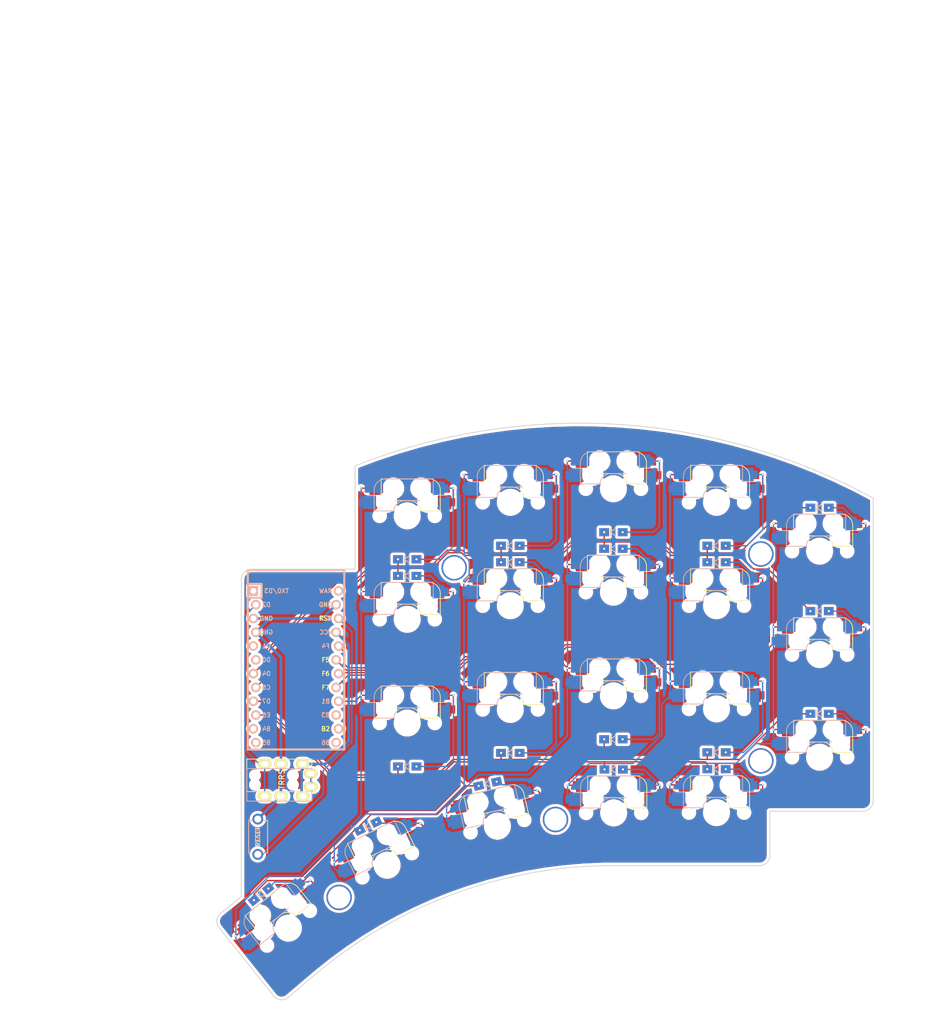
<source format=kicad_pcb>
(kicad_pcb (version 20171130) (host pcbnew 5.1.8)
  (layers (0 F.Cu signal) (31 B.Cu signal) (34 B.Paste user) (35 F.Paste user) (36 B.SilkS user) (37 F.SilkS user) (38 B.Mask user) (39 F.Mask user) (44 Edge.Cuts user))
  (net 0 "")
  (net 1 "Net-(D1-Pad2)")
  (net 2 "Net-(D2-Pad2)")
  (net 3 "Net-(D3-Pad2)")
  (net 4 row0)
  (net 5 "Net-(D4-Pad2)")
  (net 6 row1)
  (net 7 "Net-(D5-Pad2)")
  (net 8 row2)
  (net 9 "Net-(D6-Pad2)")
  (net 10 row3)
  (net 11 "Net-(D7-Pad2)")
  (net 12 "Net-(D8-Pad2)")
  (net 13 "Net-(D9-Pad2)")
  (net 14 "Net-(D10-Pad2)")
  (net 15 "Net-(D11-Pad2)")
  (net 16 "Net-(D12-Pad2)")
  (net 17 "Net-(D13-Pad2)")
  (net 18 "Net-(D14-Pad2)")
  (net 19 "Net-(D15-Pad2)")
  (net 20 "Net-(D16-Pad2)")
  (net 21 "Net-(D17-Pad2)")
  (net 22 "Net-(D18-Pad2)")
  (net 23 "Net-(D19-Pad2)")
  (net 24 "Net-(D20-Pad2)")
  (net 25 VCC)
  (net 26 GND)
  (net 27 col0)
  (net 28 col1)
  (net 29 col2)
  (net 30 col3)
  (net 31 col4)
  (net 32 RESET)
  (net 33 "Net-(U1-Pad24)")
  (net 34 "Net-(U1-Pad12)")
  (net 35 "Net-(U1-Pad15)")
  (net 36 "Net-(U1-Pad14)")
  (net 37 "Net-(U1-Pad13)")
  (net 38 "Net-(U1-Pad11)")
  (net 39 "Net-(U1-Pad6)")
  (net 40 "Net-(U1-Pad5)")
  (net 41 "Net-(U1-Pad1)")
  (net 42 "Net-(J2-Pad4)")
  (net 43 DATA)
  (module SofleKeyboard-footprint:TACT_SWITCH_TVBP06 (layer F.Cu) (at 92.964 109.093 270)
    (fp_text reference RSW1 hide)
    (fp_text value SW_RST hide)
    (fp_text user RESET (at 0 0 270) (layer F.SilkS) (effects (font (size 0.8 0.8))))
    (fp_text user RESET (at 0 0 90) (layer B.SilkS) (effects (font (size 0.8 0.8)) (justify mirror)))
    (pad 1 thru_hole circle (at -3.25 0 270) (size 2 2) (drill 1.3) (layers *.Cu *.Mask) (net 26 GND))
    (pad 2 thru_hole circle (at 3.25 0 270) (size 2 2) (drill 1.3) (layers *.Cu *.Mask) (net 32 RESET))
  )
  (module SofleKeyboard-footprint:MJ-4PP-9 (layer F.Cu) (at 90.932 97.79 90)
    (fp_text reference J2)
    (fp_text value 4PIN hide)
    (fp_text user TRRS (at -0.75 6.45 90) (layer F.SilkS))
    (fp_text user TRRS (at -0.75 6.45 90) (layer F.SilkS))
    (pad "" np_thru_hole circle (at -1.75 8.5 90) (size 1.2 1.2) (drill 1.2) (layers *.Cu *.Mask F.SilkS))
    (pad "" np_thru_hole circle (at -1.75 1.5 90) (size 1.2 1.2) (drill 1.2) (layers *.Cu *.Mask F.SilkS))
    (pad 1 thru_hole oval (at -3.85 10.3 90) (size 1.7 2.5) (drill oval 1 1.5) (layers *.Cu *.Mask F.SilkS) (net 25 VCC) (clearance 0.15))
    (pad 4 thru_hole oval (at 0.35 11.8 90) (size 1.7 2.5) (drill oval 1 1.5) (layers *.Cu *.Mask F.SilkS) (net 42 "Net-(J2-Pad4)") (clearance 0.15))
    (pad 3 thru_hole oval (at -3.85 3.3 90) (size 1.7 2.5) (drill oval 1 1.5) (layers *.Cu *.Mask F.SilkS) (net 43 DATA))
    (pad 2 thru_hole oval (at -3.85 6.3 90) (size 1.7 2.5) (drill oval 1 1.5) (layers *.Cu *.Mask F.SilkS) (net 26 GND))
    (pad "" np_thru_hole circle (at 0 1.5 90) (size 1.2 1.2) (drill 1.2) (layers *.Cu *.Mask F.SilkS))
    (pad "" np_thru_hole circle (at 0 8.5 90) (size 1.2 1.2) (drill 1.2) (layers *.Cu *.Mask F.SilkS))
    (pad 3 thru_hole oval (at 2.1 3.3 90) (size 1.7 2.5) (drill oval 1 1.5) (layers *.Cu *.Mask F.SilkS) (net 43 DATA))
    (pad 2 thru_hole oval (at 2.1 6.3 90) (size 1.7 2.5) (drill oval 1 1.5) (layers *.Cu *.Mask F.SilkS) (net 26 GND))
    (pad 1 thru_hole oval (at 2.1 10.3 90) (size 1.7 2.5) (drill oval 1 1.5) (layers *.Cu *.Mask F.SilkS) (net 25 VCC) (clearance 0.15))
    (pad 4 thru_hole oval (at -2.1 11.8 90) (size 1.7 2.5) (drill oval 1 1.5) (layers *.Cu *.Mask F.SilkS) (net 42 "Net-(J2-Pad4)") (clearance 0.15))
  )
  (module SofleKeyboard-footprint:ArduinoProMicro-ZigZag-DoubleSided (layer F.Cu) (at 100 77.7875 270)
    (fp_text reference U1 hide)
    (fp_text value ProMicro hide)
    (fp_text user ST (at -8.92 -5.73312) (layer F.SilkS) (effects (font (size 0.8 0.8))))
    (fp_text user TX0/D3 (at -13.97 3.571872) (layer B.SilkS) (effects (font (size 0.8 0.8)) (justify mirror)))
    (fp_text user TX0/D3 (at -13.97 3.571872) (layer B.SilkS) (effects (font (size 0.8 0.8)) (justify mirror)))
    (fp_text user D2 (at -11.43 5.461) (layer B.SilkS) (effects (font (size 0.8 0.8)) (justify mirror)))
    (fp_text user D0 (at -1.27 5.461) (layer B.SilkS) (effects (font (size 0.8 0.8)) (justify mirror)))
    (fp_text user D1 (at -3.81 5.461) (layer B.SilkS) (effects (font (size 0.8 0.8)) (justify mirror)))
    (fp_text user GND (at -6.35 5.461) (layer B.SilkS) (effects (font (size 0.8 0.8)) (justify mirror)))
    (fp_text user GND (at -8.89 5.461) (layer F.SilkS) (effects (font (size 0.8 0.8))))
    (fp_text user D4 (at 1.27 5.461) (layer B.SilkS) (effects (font (size 0.8 0.8)) (justify mirror)))
    (fp_text user C6 (at 3.81 5.461) (layer B.SilkS) (effects (font (size 0.8 0.8)) (justify mirror)))
    (fp_text user D7 (at 6.35 5.461) (layer B.SilkS) (effects (font (size 0.8 0.8)) (justify mirror)))
    (fp_text user E6 (at 8.89 5.461) (layer B.SilkS) (effects (font (size 0.8 0.8)) (justify mirror)))
    (fp_text user B4 (at 11.43 5.461) (layer B.SilkS) (effects (font (size 0.8 0.8)) (justify mirror)))
    (fp_text user B5 (at 13.97 5.461) (layer B.SilkS) (effects (font (size 0.8 0.8)) (justify mirror)))
    (fp_text user B6 (at 13.97 -5.461) (layer B.SilkS) (effects (font (size 0.8 0.8)) (justify mirror)))
    (fp_text user B2 (at 11.43 -5.461) (layer F.SilkS) (effects (font (size 0.8 0.8))))
    (fp_text user B3 (at 8.89 -5.461) (layer B.SilkS) (effects (font (size 0.8 0.8)) (justify mirror)))
    (fp_text user B1 (at 6.35 -5.461) (layer B.SilkS) (effects (font (size 0.8 0.8)) (justify mirror)))
    (fp_text user F7 (at 3.81 -5.461) (layer F.SilkS) (effects (font (size 0.8 0.8))))
    (fp_text user F6 (at 1.27 -5.461) (layer F.SilkS) (effects (font (size 0.8 0.8))))
    (fp_text user F5 (at -1.27 -5.461) (layer F.SilkS) (effects (font (size 0.8 0.8))))
    (fp_text user F4 (at -3.81 -5.461) (layer B.SilkS) (effects (font (size 0.8 0.8)) (justify mirror)))
    (fp_text user VCC (at -6.35 -5.461) (layer B.SilkS) (effects (font (size 0.8 0.8)) (justify mirror)))
    (fp_text user ST (at -8.92 -5.73312) (layer F.SilkS) (effects (font (size 0.8 0.8))))
    (fp_text user GND (at -11.43 -5.461) (layer F.SilkS) (effects (font (size 0.8 0.8))))
    (fp_text user RAW (at -13.97 -5.461) (layer B.SilkS) (effects (font (size 0.8 0.8)) (justify mirror)))
    (fp_text user RAW (at -13.97 -5.461) (layer B.SilkS) (effects (font (size 0.8 0.8)) (justify mirror)))
    (fp_text user GND (at -11.43 -5.461) (layer B.SilkS) (effects (font (size 0.8 0.8)) (justify mirror)))
    (fp_text user VCC (at -6.35 -5.461) (layer B.SilkS) (effects (font (size 0.8 0.8)) (justify mirror)))
    (fp_text user F4 (at -3.81 -5.461) (layer B.SilkS) (effects (font (size 0.8 0.8)) (justify mirror)))
    (fp_text user F5 (at -1.27 -5.461) (layer F.SilkS) (effects (font (size 0.8 0.8))))
    (fp_text user F6 (at 1.27 -5.461) (layer F.SilkS) (effects (font (size 0.8 0.8))))
    (fp_text user F7 (at 3.81 -5.461) (layer F.SilkS) (effects (font (size 0.8 0.8))))
    (fp_text user B1 (at 6.35 -5.461) (layer B.SilkS) (effects (font (size 0.8 0.8)) (justify mirror)))
    (fp_text user B3 (at 8.89 -5.461) (layer B.SilkS) (effects (font (size 0.8 0.8)) (justify mirror)))
    (fp_text user B2 (at 11.43 -5.461) (layer F.SilkS) (effects (font (size 0.8 0.8))))
    (fp_text user B6 (at 13.97 -5.461) (layer B.SilkS) (effects (font (size 0.8 0.8)) (justify mirror)))
    (fp_text user B5 (at 13.97 5.461) (layer B.SilkS) (effects (font (size 0.8 0.8)) (justify mirror)))
    (fp_text user B4 (at 11.43 5.461) (layer B.SilkS) (effects (font (size 0.8 0.8)) (justify mirror)))
    (fp_text user E6 (at 8.89 5.461) (layer B.SilkS) (effects (font (size 0.8 0.8)) (justify mirror)))
    (fp_text user D7 (at 6.35 5.461) (layer B.SilkS) (effects (font (size 0.8 0.8)) (justify mirror)))
    (fp_text user C6 (at 3.81 5.461) (layer B.SilkS) (effects (font (size 0.8 0.8)) (justify mirror)))
    (fp_text user D4 (at 1.27 5.461) (layer B.SilkS) (effects (font (size 0.8 0.8)) (justify mirror)))
    (fp_text user GND (at -8.89 5.461) (layer B.SilkS) (effects (font (size 0.8 0.8)) (justify mirror)))
    (fp_text user GND (at -6.35 5.461) (layer B.SilkS) (effects (font (size 0.8 0.8)) (justify mirror)))
    (fp_text user D1 (at -3.81 5.461) (layer B.SilkS) (effects (font (size 0.8 0.8)) (justify mirror)))
    (fp_text user D0 (at -1.27 5.461) (layer B.SilkS) (effects (font (size 0.8 0.8)) (justify mirror)))
    (fp_text user D2 (at -11.43 5.461) (layer B.SilkS) (effects (font (size 0.8 0.8)) (justify mirror)))
    (pad 24 thru_hole circle (at -13.97 -7.8486 270) (size 1.7526 1.7526) (drill 1.0922) (layers *.Cu *.SilkS *.Mask) (net 33 "Net-(U1-Pad24)"))
    (pad 12 thru_hole circle (at 13.97 7.3914 270) (size 1.7526 1.7526) (drill 1.0922) (layers *.Cu *.SilkS *.Mask) (net 34 "Net-(U1-Pad12)"))
    (pad 23 thru_hole circle (at -11.43 -7.3914 270) (size 1.7526 1.7526) (drill 1.0922) (layers *.Cu *.SilkS *.Mask) (net 26 GND))
    (pad 22 thru_hole circle (at -8.89 -7.8486 270) (size 1.7526 1.7526) (drill 1.0922) (layers *.Cu *.SilkS *.Mask) (net 32 RESET))
    (pad 21 thru_hole circle (at -6.35 -7.3914 270) (size 1.7526 1.7526) (drill 1.0922) (layers *.Cu *.SilkS *.Mask) (net 25 VCC))
    (pad 20 thru_hole circle (at -3.81 -7.8486 270) (size 1.7526 1.7526) (drill 1.0922) (layers *.Cu *.SilkS *.Mask) (net 27 col0))
    (pad 19 thru_hole circle (at -1.27 -7.3914 270) (size 1.7526 1.7526) (drill 1.0922) (layers *.Cu *.SilkS *.Mask) (net 28 col1))
    (pad 18 thru_hole circle (at 1.27 -7.8486 270) (size 1.7526 1.7526) (drill 1.0922) (layers *.Cu *.SilkS *.Mask) (net 29 col2))
    (pad 17 thru_hole circle (at 3.81 -7.3914 270) (size 1.7526 1.7526) (drill 1.0922) (layers *.Cu *.SilkS *.Mask) (net 30 col3))
    (pad 16 thru_hole circle (at 6.35 -7.8486 270) (size 1.7526 1.7526) (drill 1.0922) (layers *.Cu *.SilkS *.Mask) (net 31 col4))
    (pad 15 thru_hole circle (at 8.89 -7.3914 270) (size 1.7526 1.7526) (drill 1.0922) (layers *.Cu *.SilkS *.Mask) (net 35 "Net-(U1-Pad15)"))
    (pad 14 thru_hole circle (at 11.43 -7.8486 270) (size 1.7526 1.7526) (drill 1.0922) (layers *.Cu *.SilkS *.Mask) (net 36 "Net-(U1-Pad14)"))
    (pad 13 thru_hole circle (at 13.97 -7.3914 270) (size 1.7526 1.7526) (drill 1.0922) (layers *.Cu *.SilkS *.Mask) (net 37 "Net-(U1-Pad13)"))
    (pad 11 thru_hole circle (at 11.43 7.8486 270) (size 1.7526 1.7526) (drill 1.0922) (layers *.Cu *.SilkS *.Mask) (net 38 "Net-(U1-Pad11)"))
    (pad 10 thru_hole circle (at 8.89 7.3914 270) (size 1.7526 1.7526) (drill 1.0922) (layers *.Cu *.SilkS *.Mask) (net 10 row3))
    (pad 9 thru_hole circle (at 6.35 7.8486 270) (size 1.7526 1.7526) (drill 1.0922) (layers *.Cu *.SilkS *.Mask) (net 8 row2))
    (pad 8 thru_hole circle (at 3.81 7.3914 270) (size 1.7526 1.7526) (drill 1.0922) (layers *.Cu *.SilkS *.Mask) (net 6 row1))
    (pad 7 thru_hole circle (at 1.27 7.8486 270) (size 1.7526 1.7526) (drill 1.0922) (layers *.Cu *.SilkS *.Mask) (net 4 row0))
    (pad 6 thru_hole circle (at -1.27 7.3914 270) (size 1.7526 1.7526) (drill 1.0922) (layers *.Cu *.SilkS *.Mask) (net 39 "Net-(U1-Pad6)"))
    (pad 5 thru_hole circle (at -3.81 7.8486 270) (size 1.7526 1.7526) (drill 1.0922) (layers *.Cu *.SilkS *.Mask) (net 40 "Net-(U1-Pad5)"))
    (pad 4 thru_hole circle (at -6.35 7.3914 270) (size 1.7526 1.7526) (drill 1.0922) (layers *.Cu *.SilkS *.Mask) (net 26 GND))
    (pad 3 thru_hole circle (at -8.89 7.8486 270) (size 1.7526 1.7526) (drill 1.0922) (layers *.Cu *.SilkS *.Mask) (net 26 GND))
    (pad 2 thru_hole circle (at -11.43 7.3914 270) (size 1.7526 1.7526) (drill 1.0922) (layers *.Cu *.SilkS *.Mask) (net 43 DATA))
    (pad 1 thru_hole rect (at -13.97 7.8486 270) (size 1.7526 1.7526) (drill 1.0922) (layers *.Cu *.SilkS *.Mask) (net 41 "Net-(U1-Pad1)"))
  )
  (module SofleKeyboard-footprint:CherryMX_Hotswap (layer F.Cu) (at 177.5 104.65)
    (fp_text reference SW20 hide)
    (fp_text value SW_PUSH hide)
    (pad "" np_thru_hole circle (at 3.81 -2.54 180) (size 3 3) (drill 3) (layers *.Cu *.Mask))
    (pad "" np_thru_hole circle (at -2.54 -5.08 180) (size 3 3) (drill 3) (layers *.Cu *.Mask))
    (pad "" np_thru_hole circle (at 2.54 -5.08 180) (size 3 3) (drill 3) (layers *.Cu *.Mask))
    (pad "" np_thru_hole circle (at 0 0 90) (size 4 4) (drill 4) (layers *.Cu *.Mask))
    (pad "" np_thru_hole circle (at 5.08 0) (size 1.7 1.7) (drill 1.7) (layers *.Cu *.Mask))
    (pad "" np_thru_hole circle (at -5.08 0) (size 1.7 1.7) (drill 1.7) (layers *.Cu *.Mask))
    (pad "" np_thru_hole circle (at -3.81 -2.540001 180) (size 3 3) (drill 3) (layers *.Cu *.Mask))
    (pad 2 smd custom (at 8.5 -2.5) (size 0.7 1.5) (layers F.Cu F.Paste F.Mask) (net 24 "Net-(D20-Pad2)") (options (clearance outline) (anchor rect)) (primitives (gr_poly (pts (xy -2.8 -1.2) (xy -0.4 -1.2) (xy -0.4 1.2) (xy -2.8 1.2)) (width 0.1))))
    (pad 1 smd custom (at -8.5 -2.5) (size 0.7 1.5) (layers B.Cu B.Paste B.Mask) (net 27 col0) (options (clearance outline) (anchor rect)) (primitives (gr_poly (pts (xy 0.3 -1.2) (xy 2.7 -1.2) (xy 2.7 1.2) (xy 0.3 1.2)) (width 0.1))))
    (pad 2 smd custom (at 7.2 -5.1) (size 0.7 1.5) (layers B.Cu B.Paste B.Mask) (net 24 "Net-(D20-Pad2)") (options (clearance outline) (anchor rect)) (primitives (gr_poly (pts (xy -0.4 -1.2) (xy -2.8 -1.2) (xy -2.8 0.8) (xy -2.3 1.2) (xy -0.4 1.2)) (width 0.1))))
    (pad 1 smd custom (at -7.2 -5.1) (size 0.7 1.5) (layers F.Cu F.Paste F.Mask) (net 27 col0) (options (clearance outline) (anchor rect)) (primitives (gr_poly (pts (xy 0.3 -1.2) (xy 0.3 1.2) (xy 2.1 1.2) (xy 2.7 0.8) (xy 2.7 -1.2)) (width 0.1))))
  )
  (module SofleKeyboard-footprint:CherryMX_Hotswap (layer F.Cu) (at 158.55 104.7)
    (fp_text reference SW19 hide)
    (fp_text value SW_PUSH hide)
    (pad 1 smd custom (at -7.2 -5.1) (size 0.7 1.5) (layers F.Cu F.Paste F.Mask) (net 28 col1) (options (clearance outline) (anchor rect)) (primitives (gr_poly (pts (xy 0.3 -1.2) (xy 0.3 1.2) (xy 2.1 1.2) (xy 2.7 0.8) (xy 2.7 -1.2)) (width 0.1))))
    (pad 2 smd custom (at 7.2 -5.1) (size 0.7 1.5) (layers B.Cu B.Paste B.Mask) (net 23 "Net-(D19-Pad2)") (options (clearance outline) (anchor rect)) (primitives (gr_poly (pts (xy -0.4 -1.2) (xy -2.8 -1.2) (xy -2.8 0.8) (xy -2.3 1.2) (xy -0.4 1.2)) (width 0.1))))
    (pad 1 smd custom (at -8.5 -2.5) (size 0.7 1.5) (layers B.Cu B.Paste B.Mask) (net 28 col1) (options (clearance outline) (anchor rect)) (primitives (gr_poly (pts (xy 0.3 -1.2) (xy 2.7 -1.2) (xy 2.7 1.2) (xy 0.3 1.2)) (width 0.1))))
    (pad 2 smd custom (at 8.5 -2.5) (size 0.7 1.5) (layers F.Cu F.Paste F.Mask) (net 23 "Net-(D19-Pad2)") (options (clearance outline) (anchor rect)) (primitives (gr_poly (pts (xy -2.8 -1.2) (xy -0.4 -1.2) (xy -0.4 1.2) (xy -2.8 1.2)) (width 0.1))))
    (pad "" np_thru_hole circle (at -3.81 -2.540001 180) (size 3 3) (drill 3) (layers *.Cu *.Mask))
    (pad "" np_thru_hole circle (at -5.08 0) (size 1.7 1.7) (drill 1.7) (layers *.Cu *.Mask))
    (pad "" np_thru_hole circle (at 5.08 0) (size 1.7 1.7) (drill 1.7) (layers *.Cu *.Mask))
    (pad "" np_thru_hole circle (at 0 0 90) (size 4 4) (drill 4) (layers *.Cu *.Mask))
    (pad "" np_thru_hole circle (at 2.54 -5.08 180) (size 3 3) (drill 3) (layers *.Cu *.Mask))
    (pad "" np_thru_hole circle (at -2.54 -5.08 180) (size 3 3) (drill 3) (layers *.Cu *.Mask))
    (pad "" np_thru_hole circle (at 3.81 -2.54 180) (size 3 3) (drill 3) (layers *.Cu *.Mask))
  )
  (module SofleKeyboard-footprint:CherryMX_Hotswap (layer F.Cu) (at 137.123412 107.141251 13)
    (fp_text reference SW18 hide)
    (fp_text value SW_PUSH hide)
    (pad "" np_thru_hole circle (at 3.81 -2.54 193) (size 3 3) (drill 3) (layers *.Cu *.Mask))
    (pad "" np_thru_hole circle (at -2.54 -5.08 193) (size 3 3) (drill 3) (layers *.Cu *.Mask))
    (pad "" np_thru_hole circle (at 2.54 -5.08 193) (size 3 3) (drill 3) (layers *.Cu *.Mask))
    (pad "" np_thru_hole circle (at 0 0 103) (size 4 4) (drill 4) (layers *.Cu *.Mask))
    (pad "" np_thru_hole circle (at 5.08 0 13) (size 1.7 1.7) (drill 1.7) (layers *.Cu *.Mask))
    (pad "" np_thru_hole circle (at -5.08 0 13) (size 1.7 1.7) (drill 1.7) (layers *.Cu *.Mask))
    (pad "" np_thru_hole circle (at -3.81 -2.540001 193) (size 3 3) (drill 3) (layers *.Cu *.Mask))
    (pad 2 smd custom (at 8.5 -2.5 13) (size 0.7 1.5) (layers F.Cu F.Paste F.Mask) (net 22 "Net-(D18-Pad2)") (options (clearance outline) (anchor rect)) (primitives (gr_poly (pts (xy -2.8 -1.2) (xy -0.4 -1.2) (xy -0.4 1.2) (xy -2.8 1.2)) (width 0.1))))
    (pad 1 smd custom (at -8.5 -2.5 13) (size 0.7 1.5) (layers B.Cu B.Paste B.Mask) (net 29 col2) (options (clearance outline) (anchor rect)) (primitives (gr_poly (pts (xy 0.3 -1.2) (xy 2.7 -1.2) (xy 2.7 1.2) (xy 0.3 1.2)) (width 0.1))))
    (pad 2 smd custom (at 7.2 -5.1 13) (size 0.7 1.5) (layers B.Cu B.Paste B.Mask) (net 22 "Net-(D18-Pad2)") (options (clearance outline) (anchor rect)) (primitives (gr_poly (pts (xy -0.4 -1.2) (xy -2.8 -1.2) (xy -2.8 0.8) (xy -2.3 1.2) (xy -0.4 1.2)) (width 0.1))))
    (pad 1 smd custom (at -7.2 -5.1 13) (size 0.7 1.5) (layers F.Cu F.Paste F.Mask) (net 29 col2) (options (clearance outline) (anchor rect)) (primitives (gr_poly (pts (xy 0.3 -1.2) (xy 0.3 1.2) (xy 2.1 1.2) (xy 2.7 0.8) (xy 2.7 -1.2)) (width 0.1))))
  )
  (module SofleKeyboard-footprint:CherryMX_Hotswap (layer F.Cu) (at 116.795148 114.339867 26)
    (fp_text reference SW17 hide)
    (fp_text value SW_PUSH hide)
    (pad "" np_thru_hole circle (at 3.81 -2.54 206) (size 3 3) (drill 3) (layers *.Cu *.Mask))
    (pad "" np_thru_hole circle (at -2.54 -5.08 206) (size 3 3) (drill 3) (layers *.Cu *.Mask))
    (pad "" np_thru_hole circle (at 2.54 -5.08 206) (size 3 3) (drill 3) (layers *.Cu *.Mask))
    (pad "" np_thru_hole circle (at 0 0 116) (size 4 4) (drill 4) (layers *.Cu *.Mask))
    (pad "" np_thru_hole circle (at 5.08 0 26) (size 1.7 1.7) (drill 1.7) (layers *.Cu *.Mask))
    (pad "" np_thru_hole circle (at -5.08 0 26) (size 1.7 1.7) (drill 1.7) (layers *.Cu *.Mask))
    (pad "" np_thru_hole circle (at -3.81 -2.540001 206) (size 3 3) (drill 3) (layers *.Cu *.Mask))
    (pad 2 smd custom (at 8.5 -2.5 26) (size 0.7 1.5) (layers F.Cu F.Paste F.Mask) (net 21 "Net-(D17-Pad2)") (options (clearance outline) (anchor rect)) (primitives (gr_poly (pts (xy -2.8 -1.2) (xy -0.4 -1.2) (xy -0.4 1.2) (xy -2.8 1.2)) (width 0.1))))
    (pad 1 smd custom (at -8.5 -2.5 26) (size 0.7 1.5) (layers B.Cu B.Paste B.Mask) (net 30 col3) (options (clearance outline) (anchor rect)) (primitives (gr_poly (pts (xy 0.3 -1.2) (xy 2.7 -1.2) (xy 2.7 1.2) (xy 0.3 1.2)) (width 0.1))))
    (pad 2 smd custom (at 7.2 -5.1 26) (size 0.7 1.5) (layers B.Cu B.Paste B.Mask) (net 21 "Net-(D17-Pad2)") (options (clearance outline) (anchor rect)) (primitives (gr_poly (pts (xy -0.4 -1.2) (xy -2.8 -1.2) (xy -2.8 0.8) (xy -2.3 1.2) (xy -0.4 1.2)) (width 0.1))))
    (pad 1 smd custom (at -7.2 -5.1 26) (size 0.7 1.5) (layers F.Cu F.Paste F.Mask) (net 30 col3) (options (clearance outline) (anchor rect)) (primitives (gr_poly (pts (xy 0.3 -1.2) (xy 0.3 1.2) (xy 2.1 1.2) (xy 2.7 0.8) (xy 2.7 -1.2)) (width 0.1))))
  )
  (module SofleKeyboard-footprint:CherryMX_Hotswap (layer F.Cu) (at 98.607233 125.926847 39)
    (fp_text reference SW16 hide)
    (fp_text value SW_PUSH hide)
    (pad "" np_thru_hole circle (at 3.81 -2.54 219) (size 3 3) (drill 3) (layers *.Cu *.Mask))
    (pad "" np_thru_hole circle (at -2.54 -5.08 219) (size 3 3) (drill 3) (layers *.Cu *.Mask))
    (pad "" np_thru_hole circle (at 2.54 -5.08 219) (size 3 3) (drill 3) (layers *.Cu *.Mask))
    (pad "" np_thru_hole circle (at 0 0 129) (size 4 4) (drill 4) (layers *.Cu *.Mask))
    (pad "" np_thru_hole circle (at 5.08 0 39) (size 1.7 1.7) (drill 1.7) (layers *.Cu *.Mask))
    (pad "" np_thru_hole circle (at -5.08 0 39) (size 1.7 1.7) (drill 1.7) (layers *.Cu *.Mask))
    (pad "" np_thru_hole circle (at -3.81 -2.540001 219) (size 3 3) (drill 3) (layers *.Cu *.Mask))
    (pad 2 smd custom (at 8.5 -2.5 39) (size 0.7 1.5) (layers F.Cu F.Paste F.Mask) (net 20 "Net-(D16-Pad2)") (options (clearance outline) (anchor rect)) (primitives (gr_poly (pts (xy -2.8 -1.2) (xy -0.4 -1.2) (xy -0.4 1.2) (xy -2.8 1.2)) (width 0.1))))
    (pad 1 smd custom (at -8.5 -2.5 39) (size 0.7 1.5) (layers B.Cu B.Paste B.Mask) (net 31 col4) (options (clearance outline) (anchor rect)) (primitives (gr_poly (pts (xy 0.3 -1.2) (xy 2.7 -1.2) (xy 2.7 1.2) (xy 0.3 1.2)) (width 0.1))))
    (pad 2 smd custom (at 7.2 -5.1 39) (size 0.7 1.5) (layers B.Cu B.Paste B.Mask) (net 20 "Net-(D16-Pad2)") (options (clearance outline) (anchor rect)) (primitives (gr_poly (pts (xy -0.4 -1.2) (xy -2.8 -1.2) (xy -2.8 0.8) (xy -2.3 1.2) (xy -0.4 1.2)) (width 0.1))))
    (pad 1 smd custom (at -7.2 -5.1 39) (size 0.7 1.5) (layers F.Cu F.Paste F.Mask) (net 31 col4) (options (clearance outline) (anchor rect)) (primitives (gr_poly (pts (xy 0.3 -1.2) (xy 0.3 1.2) (xy 2.1 1.2) (xy 2.7 0.8) (xy 2.7 -1.2)) (width 0.1))))
  )
  (module SofleKeyboard-footprint:CherryMX_Hotswap (layer F.Cu) (at 196.5 94.45)
    (fp_text reference SW15 hide)
    (fp_text value SW_PUSH hide)
    (pad "" np_thru_hole circle (at 3.81 -2.54 180) (size 3 3) (drill 3) (layers *.Cu *.Mask))
    (pad "" np_thru_hole circle (at -2.54 -5.08 180) (size 3 3) (drill 3) (layers *.Cu *.Mask))
    (pad "" np_thru_hole circle (at 2.54 -5.08 180) (size 3 3) (drill 3) (layers *.Cu *.Mask))
    (pad "" np_thru_hole circle (at 0 0 90) (size 4 4) (drill 4) (layers *.Cu *.Mask))
    (pad "" np_thru_hole circle (at 5.08 0) (size 1.7 1.7) (drill 1.7) (layers *.Cu *.Mask))
    (pad "" np_thru_hole circle (at -5.08 0) (size 1.7 1.7) (drill 1.7) (layers *.Cu *.Mask))
    (pad "" np_thru_hole circle (at -3.81 -2.540001 180) (size 3 3) (drill 3) (layers *.Cu *.Mask))
    (pad 2 smd custom (at 8.5 -2.5) (size 0.7 1.5) (layers F.Cu F.Paste F.Mask) (net 19 "Net-(D15-Pad2)") (options (clearance outline) (anchor rect)) (primitives (gr_poly (pts (xy -2.8 -1.2) (xy -0.4 -1.2) (xy -0.4 1.2) (xy -2.8 1.2)) (width 0.1))))
    (pad 1 smd custom (at -8.5 -2.5) (size 0.7 1.5) (layers B.Cu B.Paste B.Mask) (net 27 col0) (options (clearance outline) (anchor rect)) (primitives (gr_poly (pts (xy 0.3 -1.2) (xy 2.7 -1.2) (xy 2.7 1.2) (xy 0.3 1.2)) (width 0.1))))
    (pad 2 smd custom (at 7.2 -5.1) (size 0.7 1.5) (layers B.Cu B.Paste B.Mask) (net 19 "Net-(D15-Pad2)") (options (clearance outline) (anchor rect)) (primitives (gr_poly (pts (xy -0.4 -1.2) (xy -2.8 -1.2) (xy -2.8 0.8) (xy -2.3 1.2) (xy -0.4 1.2)) (width 0.1))))
    (pad 1 smd custom (at -7.2 -5.1) (size 0.7 1.5) (layers F.Cu F.Paste F.Mask) (net 27 col0) (options (clearance outline) (anchor rect)) (primitives (gr_poly (pts (xy 0.3 -1.2) (xy 0.3 1.2) (xy 2.1 1.2) (xy 2.7 0.8) (xy 2.7 -1.2)) (width 0.1))))
  )
  (module SofleKeyboard-footprint:CherryMX_Hotswap (layer F.Cu) (at 177.5 85.55)
    (fp_text reference SW14 hide)
    (fp_text value SW_PUSH hide)
    (pad "" np_thru_hole circle (at 3.81 -2.54 180) (size 3 3) (drill 3) (layers *.Cu *.Mask))
    (pad "" np_thru_hole circle (at -2.54 -5.08 180) (size 3 3) (drill 3) (layers *.Cu *.Mask))
    (pad "" np_thru_hole circle (at 2.54 -5.08 180) (size 3 3) (drill 3) (layers *.Cu *.Mask))
    (pad "" np_thru_hole circle (at 0 0 90) (size 4 4) (drill 4) (layers *.Cu *.Mask))
    (pad "" np_thru_hole circle (at 5.08 0) (size 1.7 1.7) (drill 1.7) (layers *.Cu *.Mask))
    (pad "" np_thru_hole circle (at -5.08 0) (size 1.7 1.7) (drill 1.7) (layers *.Cu *.Mask))
    (pad "" np_thru_hole circle (at -3.81 -2.540001 180) (size 3 3) (drill 3) (layers *.Cu *.Mask))
    (pad 2 smd custom (at 8.5 -2.5) (size 0.7 1.5) (layers F.Cu F.Paste F.Mask) (net 18 "Net-(D14-Pad2)") (options (clearance outline) (anchor rect)) (primitives (gr_poly (pts (xy -2.8 -1.2) (xy -0.4 -1.2) (xy -0.4 1.2) (xy -2.8 1.2)) (width 0.1))))
    (pad 1 smd custom (at -8.5 -2.5) (size 0.7 1.5) (layers B.Cu B.Paste B.Mask) (net 28 col1) (options (clearance outline) (anchor rect)) (primitives (gr_poly (pts (xy 0.3 -1.2) (xy 2.7 -1.2) (xy 2.7 1.2) (xy 0.3 1.2)) (width 0.1))))
    (pad 2 smd custom (at 7.2 -5.1) (size 0.7 1.5) (layers B.Cu B.Paste B.Mask) (net 18 "Net-(D14-Pad2)") (options (clearance outline) (anchor rect)) (primitives (gr_poly (pts (xy -0.4 -1.2) (xy -2.8 -1.2) (xy -2.8 0.8) (xy -2.3 1.2) (xy -0.4 1.2)) (width 0.1))))
    (pad 1 smd custom (at -7.2 -5.1) (size 0.7 1.5) (layers F.Cu F.Paste F.Mask) (net 28 col1) (options (clearance outline) (anchor rect)) (primitives (gr_poly (pts (xy 0.3 -1.2) (xy 0.3 1.2) (xy 2.1 1.2) (xy 2.7 0.8) (xy 2.7 -1.2)) (width 0.1))))
  )
  (module SofleKeyboard-footprint:CherryMX_Hotswap (layer F.Cu) (at 158.5 83.15)
    (fp_text reference SW13 hide)
    (fp_text value SW_PUSH hide)
    (pad "" np_thru_hole circle (at 3.81 -2.54 180) (size 3 3) (drill 3) (layers *.Cu *.Mask))
    (pad "" np_thru_hole circle (at -2.54 -5.08 180) (size 3 3) (drill 3) (layers *.Cu *.Mask))
    (pad "" np_thru_hole circle (at 2.54 -5.08 180) (size 3 3) (drill 3) (layers *.Cu *.Mask))
    (pad "" np_thru_hole circle (at 0 0 90) (size 4 4) (drill 4) (layers *.Cu *.Mask))
    (pad "" np_thru_hole circle (at 5.08 0) (size 1.7 1.7) (drill 1.7) (layers *.Cu *.Mask))
    (pad "" np_thru_hole circle (at -5.08 0) (size 1.7 1.7) (drill 1.7) (layers *.Cu *.Mask))
    (pad "" np_thru_hole circle (at -3.81 -2.540001 180) (size 3 3) (drill 3) (layers *.Cu *.Mask))
    (pad 2 smd custom (at 8.5 -2.5) (size 0.7 1.5) (layers F.Cu F.Paste F.Mask) (net 17 "Net-(D13-Pad2)") (options (clearance outline) (anchor rect)) (primitives (gr_poly (pts (xy -2.8 -1.2) (xy -0.4 -1.2) (xy -0.4 1.2) (xy -2.8 1.2)) (width 0.1))))
    (pad 1 smd custom (at -8.5 -2.5) (size 0.7 1.5) (layers B.Cu B.Paste B.Mask) (net 29 col2) (options (clearance outline) (anchor rect)) (primitives (gr_poly (pts (xy 0.3 -1.2) (xy 2.7 -1.2) (xy 2.7 1.2) (xy 0.3 1.2)) (width 0.1))))
    (pad 2 smd custom (at 7.2 -5.1) (size 0.7 1.5) (layers B.Cu B.Paste B.Mask) (net 17 "Net-(D13-Pad2)") (options (clearance outline) (anchor rect)) (primitives (gr_poly (pts (xy -0.4 -1.2) (xy -2.8 -1.2) (xy -2.8 0.8) (xy -2.3 1.2) (xy -0.4 1.2)) (width 0.1))))
    (pad 1 smd custom (at -7.2 -5.1) (size 0.7 1.5) (layers F.Cu F.Paste F.Mask) (net 29 col2) (options (clearance outline) (anchor rect)) (primitives (gr_poly (pts (xy 0.3 -1.2) (xy 0.3 1.2) (xy 2.1 1.2) (xy 2.7 0.8) (xy 2.7 -1.2)) (width 0.1))))
  )
  (module SofleKeyboard-footprint:CherryMX_Hotswap (layer F.Cu) (at 139.5 85.65)
    (fp_text reference SW12 hide)
    (fp_text value SW_PUSH hide)
    (pad "" np_thru_hole circle (at 3.81 -2.54 180) (size 3 3) (drill 3) (layers *.Cu *.Mask))
    (pad "" np_thru_hole circle (at -2.54 -5.08 180) (size 3 3) (drill 3) (layers *.Cu *.Mask))
    (pad "" np_thru_hole circle (at 2.54 -5.08 180) (size 3 3) (drill 3) (layers *.Cu *.Mask))
    (pad "" np_thru_hole circle (at 0 0 90) (size 4 4) (drill 4) (layers *.Cu *.Mask))
    (pad "" np_thru_hole circle (at 5.08 0) (size 1.7 1.7) (drill 1.7) (layers *.Cu *.Mask))
    (pad "" np_thru_hole circle (at -5.08 0) (size 1.7 1.7) (drill 1.7) (layers *.Cu *.Mask))
    (pad "" np_thru_hole circle (at -3.81 -2.540001 180) (size 3 3) (drill 3) (layers *.Cu *.Mask))
    (pad 2 smd custom (at 8.5 -2.5) (size 0.7 1.5) (layers F.Cu F.Paste F.Mask) (net 16 "Net-(D12-Pad2)") (options (clearance outline) (anchor rect)) (primitives (gr_poly (pts (xy -2.8 -1.2) (xy -0.4 -1.2) (xy -0.4 1.2) (xy -2.8 1.2)) (width 0.1))))
    (pad 1 smd custom (at -8.5 -2.5) (size 0.7 1.5) (layers B.Cu B.Paste B.Mask) (net 30 col3) (options (clearance outline) (anchor rect)) (primitives (gr_poly (pts (xy 0.3 -1.2) (xy 2.7 -1.2) (xy 2.7 1.2) (xy 0.3 1.2)) (width 0.1))))
    (pad 2 smd custom (at 7.2 -5.1) (size 0.7 1.5) (layers B.Cu B.Paste B.Mask) (net 16 "Net-(D12-Pad2)") (options (clearance outline) (anchor rect)) (primitives (gr_poly (pts (xy -0.4 -1.2) (xy -2.8 -1.2) (xy -2.8 0.8) (xy -2.3 1.2) (xy -0.4 1.2)) (width 0.1))))
    (pad 1 smd custom (at -7.2 -5.1) (size 0.7 1.5) (layers F.Cu F.Paste F.Mask) (net 30 col3) (options (clearance outline) (anchor rect)) (primitives (gr_poly (pts (xy 0.3 -1.2) (xy 0.3 1.2) (xy 2.1 1.2) (xy 2.7 0.8) (xy 2.7 -1.2)) (width 0.1))))
  )
  (module SofleKeyboard-footprint:CherryMX_Hotswap (layer F.Cu) (at 120.5 88.15)
    (fp_text reference SW11 hide)
    (fp_text value SW_PUSH hide)
    (pad "" np_thru_hole circle (at 3.81 -2.54 180) (size 3 3) (drill 3) (layers *.Cu *.Mask))
    (pad "" np_thru_hole circle (at -2.54 -5.08 180) (size 3 3) (drill 3) (layers *.Cu *.Mask))
    (pad "" np_thru_hole circle (at 2.54 -5.08 180) (size 3 3) (drill 3) (layers *.Cu *.Mask))
    (pad "" np_thru_hole circle (at 0 0 90) (size 4 4) (drill 4) (layers *.Cu *.Mask))
    (pad "" np_thru_hole circle (at 5.08 0) (size 1.7 1.7) (drill 1.7) (layers *.Cu *.Mask))
    (pad "" np_thru_hole circle (at -5.08 0) (size 1.7 1.7) (drill 1.7) (layers *.Cu *.Mask))
    (pad "" np_thru_hole circle (at -3.81 -2.540001 180) (size 3 3) (drill 3) (layers *.Cu *.Mask))
    (pad 2 smd custom (at 8.5 -2.5) (size 0.7 1.5) (layers F.Cu F.Paste F.Mask) (net 15 "Net-(D11-Pad2)") (options (clearance outline) (anchor rect)) (primitives (gr_poly (pts (xy -2.8 -1.2) (xy -0.4 -1.2) (xy -0.4 1.2) (xy -2.8 1.2)) (width 0.1))))
    (pad 1 smd custom (at -8.5 -2.5) (size 0.7 1.5) (layers B.Cu B.Paste B.Mask) (net 31 col4) (options (clearance outline) (anchor rect)) (primitives (gr_poly (pts (xy 0.3 -1.2) (xy 2.7 -1.2) (xy 2.7 1.2) (xy 0.3 1.2)) (width 0.1))))
    (pad 2 smd custom (at 7.2 -5.1) (size 0.7 1.5) (layers B.Cu B.Paste B.Mask) (net 15 "Net-(D11-Pad2)") (options (clearance outline) (anchor rect)) (primitives (gr_poly (pts (xy -0.4 -1.2) (xy -2.8 -1.2) (xy -2.8 0.8) (xy -2.3 1.2) (xy -0.4 1.2)) (width 0.1))))
    (pad 1 smd custom (at -7.2 -5.1) (size 0.7 1.5) (layers F.Cu F.Paste F.Mask) (net 31 col4) (options (clearance outline) (anchor rect)) (primitives (gr_poly (pts (xy 0.3 -1.2) (xy 0.3 1.2) (xy 2.1 1.2) (xy 2.7 0.8) (xy 2.7 -1.2)) (width 0.1))))
  )
  (module SofleKeyboard-footprint:CherryMX_Hotswap (layer F.Cu) (at 196.5 75.55)
    (fp_text reference SW10 hide)
    (fp_text value SW_PUSH hide)
    (pad "" np_thru_hole circle (at 3.81 -2.54 180) (size 3 3) (drill 3) (layers *.Cu *.Mask))
    (pad "" np_thru_hole circle (at -2.54 -5.08 180) (size 3 3) (drill 3) (layers *.Cu *.Mask))
    (pad "" np_thru_hole circle (at 2.54 -5.08 180) (size 3 3) (drill 3) (layers *.Cu *.Mask))
    (pad "" np_thru_hole circle (at 0 0 90) (size 4 4) (drill 4) (layers *.Cu *.Mask))
    (pad "" np_thru_hole circle (at 5.08 0) (size 1.7 1.7) (drill 1.7) (layers *.Cu *.Mask))
    (pad "" np_thru_hole circle (at -5.08 0) (size 1.7 1.7) (drill 1.7) (layers *.Cu *.Mask))
    (pad "" np_thru_hole circle (at -3.81 -2.540001 180) (size 3 3) (drill 3) (layers *.Cu *.Mask))
    (pad 2 smd custom (at 8.5 -2.5) (size 0.7 1.5) (layers F.Cu F.Paste F.Mask) (net 14 "Net-(D10-Pad2)") (options (clearance outline) (anchor rect)) (primitives (gr_poly (pts (xy -2.8 -1.2) (xy -0.4 -1.2) (xy -0.4 1.2) (xy -2.8 1.2)) (width 0.1))))
    (pad 1 smd custom (at -8.5 -2.5) (size 0.7 1.5) (layers B.Cu B.Paste B.Mask) (net 27 col0) (options (clearance outline) (anchor rect)) (primitives (gr_poly (pts (xy 0.3 -1.2) (xy 2.7 -1.2) (xy 2.7 1.2) (xy 0.3 1.2)) (width 0.1))))
    (pad 2 smd custom (at 7.2 -5.1) (size 0.7 1.5) (layers B.Cu B.Paste B.Mask) (net 14 "Net-(D10-Pad2)") (options (clearance outline) (anchor rect)) (primitives (gr_poly (pts (xy -0.4 -1.2) (xy -2.8 -1.2) (xy -2.8 0.8) (xy -2.3 1.2) (xy -0.4 1.2)) (width 0.1))))
    (pad 1 smd custom (at -7.2 -5.1) (size 0.7 1.5) (layers F.Cu F.Paste F.Mask) (net 27 col0) (options (clearance outline) (anchor rect)) (primitives (gr_poly (pts (xy 0.3 -1.2) (xy 0.3 1.2) (xy 2.1 1.2) (xy 2.7 0.8) (xy 2.7 -1.2)) (width 0.1))))
  )
  (module SofleKeyboard-footprint:CherryMX_Hotswap (layer F.Cu) (at 177.5 66.55)
    (fp_text reference SW9 hide)
    (fp_text value SW_PUSH hide)
    (pad "" np_thru_hole circle (at 3.81 -2.54 180) (size 3 3) (drill 3) (layers *.Cu *.Mask))
    (pad "" np_thru_hole circle (at -2.54 -5.08 180) (size 3 3) (drill 3) (layers *.Cu *.Mask))
    (pad "" np_thru_hole circle (at 2.54 -5.08 180) (size 3 3) (drill 3) (layers *.Cu *.Mask))
    (pad "" np_thru_hole circle (at 0 0 90) (size 4 4) (drill 4) (layers *.Cu *.Mask))
    (pad "" np_thru_hole circle (at 5.08 0) (size 1.7 1.7) (drill 1.7) (layers *.Cu *.Mask))
    (pad "" np_thru_hole circle (at -5.08 0) (size 1.7 1.7) (drill 1.7) (layers *.Cu *.Mask))
    (pad "" np_thru_hole circle (at -3.81 -2.540001 180) (size 3 3) (drill 3) (layers *.Cu *.Mask))
    (pad 2 smd custom (at 8.5 -2.5) (size 0.7 1.5) (layers F.Cu F.Paste F.Mask) (net 13 "Net-(D9-Pad2)") (options (clearance outline) (anchor rect)) (primitives (gr_poly (pts (xy -2.8 -1.2) (xy -0.4 -1.2) (xy -0.4 1.2) (xy -2.8 1.2)) (width 0.1))))
    (pad 1 smd custom (at -8.5 -2.5) (size 0.7 1.5) (layers B.Cu B.Paste B.Mask) (net 28 col1) (options (clearance outline) (anchor rect)) (primitives (gr_poly (pts (xy 0.3 -1.2) (xy 2.7 -1.2) (xy 2.7 1.2) (xy 0.3 1.2)) (width 0.1))))
    (pad 2 smd custom (at 7.2 -5.1) (size 0.7 1.5) (layers B.Cu B.Paste B.Mask) (net 13 "Net-(D9-Pad2)") (options (clearance outline) (anchor rect)) (primitives (gr_poly (pts (xy -0.4 -1.2) (xy -2.8 -1.2) (xy -2.8 0.8) (xy -2.3 1.2) (xy -0.4 1.2)) (width 0.1))))
    (pad 1 smd custom (at -7.2 -5.1) (size 0.7 1.5) (layers F.Cu F.Paste F.Mask) (net 28 col1) (options (clearance outline) (anchor rect)) (primitives (gr_poly (pts (xy 0.3 -1.2) (xy 0.3 1.2) (xy 2.1 1.2) (xy 2.7 0.8) (xy 2.7 -1.2)) (width 0.1))))
  )
  (module SofleKeyboard-footprint:CherryMX_Hotswap (layer F.Cu) (at 158.5 64.06)
    (fp_text reference SW8 hide)
    (fp_text value SW_PUSH hide)
    (pad "" np_thru_hole circle (at 3.81 -2.54 180) (size 3 3) (drill 3) (layers *.Cu *.Mask))
    (pad "" np_thru_hole circle (at -2.54 -5.08 180) (size 3 3) (drill 3) (layers *.Cu *.Mask))
    (pad "" np_thru_hole circle (at 2.54 -5.08 180) (size 3 3) (drill 3) (layers *.Cu *.Mask))
    (pad "" np_thru_hole circle (at 0 0 90) (size 4 4) (drill 4) (layers *.Cu *.Mask))
    (pad "" np_thru_hole circle (at 5.08 0) (size 1.7 1.7) (drill 1.7) (layers *.Cu *.Mask))
    (pad "" np_thru_hole circle (at -5.08 0) (size 1.7 1.7) (drill 1.7) (layers *.Cu *.Mask))
    (pad "" np_thru_hole circle (at -3.81 -2.540001 180) (size 3 3) (drill 3) (layers *.Cu *.Mask))
    (pad 2 smd custom (at 8.5 -2.5) (size 0.7 1.5) (layers F.Cu F.Paste F.Mask) (net 12 "Net-(D8-Pad2)") (options (clearance outline) (anchor rect)) (primitives (gr_poly (pts (xy -2.8 -1.2) (xy -0.4 -1.2) (xy -0.4 1.2) (xy -2.8 1.2)) (width 0.1))))
    (pad 1 smd custom (at -8.5 -2.5) (size 0.7 1.5) (layers B.Cu B.Paste B.Mask) (net 29 col2) (options (clearance outline) (anchor rect)) (primitives (gr_poly (pts (xy 0.3 -1.2) (xy 2.7 -1.2) (xy 2.7 1.2) (xy 0.3 1.2)) (width 0.1))))
    (pad 2 smd custom (at 7.2 -5.1) (size 0.7 1.5) (layers B.Cu B.Paste B.Mask) (net 12 "Net-(D8-Pad2)") (options (clearance outline) (anchor rect)) (primitives (gr_poly (pts (xy -0.4 -1.2) (xy -2.8 -1.2) (xy -2.8 0.8) (xy -2.3 1.2) (xy -0.4 1.2)) (width 0.1))))
    (pad 1 smd custom (at -7.2 -5.1) (size 0.7 1.5) (layers F.Cu F.Paste F.Mask) (net 29 col2) (options (clearance outline) (anchor rect)) (primitives (gr_poly (pts (xy 0.3 -1.2) (xy 0.3 1.2) (xy 2.1 1.2) (xy 2.7 0.8) (xy 2.7 -1.2)) (width 0.1))))
  )
  (module SofleKeyboard-footprint:CherryMX_Hotswap (layer F.Cu) (at 139.5 66.55)
    (fp_text reference SW7 hide)
    (fp_text value SW_PUSH hide)
    (pad "" np_thru_hole circle (at 3.81 -2.54 180) (size 3 3) (drill 3) (layers *.Cu *.Mask))
    (pad "" np_thru_hole circle (at -2.54 -5.08 180) (size 3 3) (drill 3) (layers *.Cu *.Mask))
    (pad "" np_thru_hole circle (at 2.54 -5.08 180) (size 3 3) (drill 3) (layers *.Cu *.Mask))
    (pad "" np_thru_hole circle (at 0 0 90) (size 4 4) (drill 4) (layers *.Cu *.Mask))
    (pad "" np_thru_hole circle (at 5.08 0) (size 1.7 1.7) (drill 1.7) (layers *.Cu *.Mask))
    (pad "" np_thru_hole circle (at -5.08 0) (size 1.7 1.7) (drill 1.7) (layers *.Cu *.Mask))
    (pad "" np_thru_hole circle (at -3.81 -2.540001 180) (size 3 3) (drill 3) (layers *.Cu *.Mask))
    (pad 2 smd custom (at 8.5 -2.5) (size 0.7 1.5) (layers F.Cu F.Paste F.Mask) (net 11 "Net-(D7-Pad2)") (options (clearance outline) (anchor rect)) (primitives (gr_poly (pts (xy -2.8 -1.2) (xy -0.4 -1.2) (xy -0.4 1.2) (xy -2.8 1.2)) (width 0.1))))
    (pad 1 smd custom (at -8.5 -2.5) (size 0.7 1.5) (layers B.Cu B.Paste B.Mask) (net 30 col3) (options (clearance outline) (anchor rect)) (primitives (gr_poly (pts (xy 0.3 -1.2) (xy 2.7 -1.2) (xy 2.7 1.2) (xy 0.3 1.2)) (width 0.1))))
    (pad 2 smd custom (at 7.2 -5.1) (size 0.7 1.5) (layers B.Cu B.Paste B.Mask) (net 11 "Net-(D7-Pad2)") (options (clearance outline) (anchor rect)) (primitives (gr_poly (pts (xy -0.4 -1.2) (xy -2.8 -1.2) (xy -2.8 0.8) (xy -2.3 1.2) (xy -0.4 1.2)) (width 0.1))))
    (pad 1 smd custom (at -7.2 -5.1) (size 0.7 1.5) (layers F.Cu F.Paste F.Mask) (net 30 col3) (options (clearance outline) (anchor rect)) (primitives (gr_poly (pts (xy 0.3 -1.2) (xy 0.3 1.2) (xy 2.1 1.2) (xy 2.7 0.8) (xy 2.7 -1.2)) (width 0.1))))
  )
  (module SofleKeyboard-footprint:CherryMX_Hotswap (layer F.Cu) (at 120.5 69.05)
    (fp_text reference SW6 hide)
    (fp_text value SW_PUSH hide)
    (pad "" np_thru_hole circle (at 3.81 -2.54 180) (size 3 3) (drill 3) (layers *.Cu *.Mask))
    (pad "" np_thru_hole circle (at -2.54 -5.08 180) (size 3 3) (drill 3) (layers *.Cu *.Mask))
    (pad "" np_thru_hole circle (at 2.54 -5.08 180) (size 3 3) (drill 3) (layers *.Cu *.Mask))
    (pad "" np_thru_hole circle (at 0 0 90) (size 4 4) (drill 4) (layers *.Cu *.Mask))
    (pad "" np_thru_hole circle (at 5.08 0) (size 1.7 1.7) (drill 1.7) (layers *.Cu *.Mask))
    (pad "" np_thru_hole circle (at -5.08 0) (size 1.7 1.7) (drill 1.7) (layers *.Cu *.Mask))
    (pad "" np_thru_hole circle (at -3.81 -2.540001 180) (size 3 3) (drill 3) (layers *.Cu *.Mask))
    (pad 2 smd custom (at 8.5 -2.5) (size 0.7 1.5) (layers F.Cu F.Paste F.Mask) (net 9 "Net-(D6-Pad2)") (options (clearance outline) (anchor rect)) (primitives (gr_poly (pts (xy -2.8 -1.2) (xy -0.4 -1.2) (xy -0.4 1.2) (xy -2.8 1.2)) (width 0.1))))
    (pad 1 smd custom (at -8.5 -2.5) (size 0.7 1.5) (layers B.Cu B.Paste B.Mask) (net 31 col4) (options (clearance outline) (anchor rect)) (primitives (gr_poly (pts (xy 0.3 -1.2) (xy 2.7 -1.2) (xy 2.7 1.2) (xy 0.3 1.2)) (width 0.1))))
    (pad 2 smd custom (at 7.2 -5.1) (size 0.7 1.5) (layers B.Cu B.Paste B.Mask) (net 9 "Net-(D6-Pad2)") (options (clearance outline) (anchor rect)) (primitives (gr_poly (pts (xy -0.4 -1.2) (xy -2.8 -1.2) (xy -2.8 0.8) (xy -2.3 1.2) (xy -0.4 1.2)) (width 0.1))))
    (pad 1 smd custom (at -7.2 -5.1) (size 0.7 1.5) (layers F.Cu F.Paste F.Mask) (net 31 col4) (options (clearance outline) (anchor rect)) (primitives (gr_poly (pts (xy 0.3 -1.2) (xy 0.3 1.2) (xy 2.1 1.2) (xy 2.7 0.8) (xy 2.7 -1.2)) (width 0.1))))
  )
  (module SofleKeyboard-footprint:CherryMX_Hotswap (layer F.Cu) (at 196.5 56.5)
    (fp_text reference SW5 hide)
    (fp_text value SW_PUSH hide)
    (pad "" np_thru_hole circle (at 3.81 -2.54 180) (size 3 3) (drill 3) (layers *.Cu *.Mask))
    (pad "" np_thru_hole circle (at -2.54 -5.08 180) (size 3 3) (drill 3) (layers *.Cu *.Mask))
    (pad "" np_thru_hole circle (at 2.54 -5.08 180) (size 3 3) (drill 3) (layers *.Cu *.Mask))
    (pad "" np_thru_hole circle (at 0 0 90) (size 4 4) (drill 4) (layers *.Cu *.Mask))
    (pad "" np_thru_hole circle (at 5.08 0) (size 1.7 1.7) (drill 1.7) (layers *.Cu *.Mask))
    (pad "" np_thru_hole circle (at -5.08 0) (size 1.7 1.7) (drill 1.7) (layers *.Cu *.Mask))
    (pad "" np_thru_hole circle (at -3.81 -2.540001 180) (size 3 3) (drill 3) (layers *.Cu *.Mask))
    (pad 2 smd custom (at 8.5 -2.5) (size 0.7 1.5) (layers F.Cu F.Paste F.Mask) (net 7 "Net-(D5-Pad2)") (options (clearance outline) (anchor rect)) (primitives (gr_poly (pts (xy -2.8 -1.2) (xy -0.4 -1.2) (xy -0.4 1.2) (xy -2.8 1.2)) (width 0.1))))
    (pad 1 smd custom (at -8.5 -2.5) (size 0.7 1.5) (layers B.Cu B.Paste B.Mask) (net 27 col0) (options (clearance outline) (anchor rect)) (primitives (gr_poly (pts (xy 0.3 -1.2) (xy 2.7 -1.2) (xy 2.7 1.2) (xy 0.3 1.2)) (width 0.1))))
    (pad 2 smd custom (at 7.2 -5.1) (size 0.7 1.5) (layers B.Cu B.Paste B.Mask) (net 7 "Net-(D5-Pad2)") (options (clearance outline) (anchor rect)) (primitives (gr_poly (pts (xy -0.4 -1.2) (xy -2.8 -1.2) (xy -2.8 0.8) (xy -2.3 1.2) (xy -0.4 1.2)) (width 0.1))))
    (pad 1 smd custom (at -7.2 -5.1) (size 0.7 1.5) (layers F.Cu F.Paste F.Mask) (net 27 col0) (options (clearance outline) (anchor rect)) (primitives (gr_poly (pts (xy 0.3 -1.2) (xy 0.3 1.2) (xy 2.1 1.2) (xy 2.7 0.8) (xy 2.7 -1.2)) (width 0.1))))
  )
  (module SofleKeyboard-footprint:CherryMX_Hotswap (layer F.Cu) (at 177.5 47.5)
    (fp_text reference SW4 hide)
    (fp_text value SW_PUSH hide)
    (pad "" np_thru_hole circle (at 3.81 -2.54 180) (size 3 3) (drill 3) (layers *.Cu *.Mask))
    (pad "" np_thru_hole circle (at -2.54 -5.08 180) (size 3 3) (drill 3) (layers *.Cu *.Mask))
    (pad "" np_thru_hole circle (at 2.54 -5.08 180) (size 3 3) (drill 3) (layers *.Cu *.Mask))
    (pad "" np_thru_hole circle (at 0 0 90) (size 4 4) (drill 4) (layers *.Cu *.Mask))
    (pad "" np_thru_hole circle (at 5.08 0) (size 1.7 1.7) (drill 1.7) (layers *.Cu *.Mask))
    (pad "" np_thru_hole circle (at -5.08 0) (size 1.7 1.7) (drill 1.7) (layers *.Cu *.Mask))
    (pad "" np_thru_hole circle (at -3.81 -2.540001 180) (size 3 3) (drill 3) (layers *.Cu *.Mask))
    (pad 2 smd custom (at 8.5 -2.5) (size 0.7 1.5) (layers F.Cu F.Paste F.Mask) (net 5 "Net-(D4-Pad2)") (options (clearance outline) (anchor rect)) (primitives (gr_poly (pts (xy -2.8 -1.2) (xy -0.4 -1.2) (xy -0.4 1.2) (xy -2.8 1.2)) (width 0.1))))
    (pad 1 smd custom (at -8.5 -2.5) (size 0.7 1.5) (layers B.Cu B.Paste B.Mask) (net 28 col1) (options (clearance outline) (anchor rect)) (primitives (gr_poly (pts (xy 0.3 -1.2) (xy 2.7 -1.2) (xy 2.7 1.2) (xy 0.3 1.2)) (width 0.1))))
    (pad 2 smd custom (at 7.2 -5.1) (size 0.7 1.5) (layers B.Cu B.Paste B.Mask) (net 5 "Net-(D4-Pad2)") (options (clearance outline) (anchor rect)) (primitives (gr_poly (pts (xy -0.4 -1.2) (xy -2.8 -1.2) (xy -2.8 0.8) (xy -2.3 1.2) (xy -0.4 1.2)) (width 0.1))))
    (pad 1 smd custom (at -7.2 -5.1) (size 0.7 1.5) (layers F.Cu F.Paste F.Mask) (net 28 col1) (options (clearance outline) (anchor rect)) (primitives (gr_poly (pts (xy 0.3 -1.2) (xy 0.3 1.2) (xy 2.1 1.2) (xy 2.7 0.8) (xy 2.7 -1.2)) (width 0.1))))
  )
  (module SofleKeyboard-footprint:CherryMX_Hotswap (layer F.Cu) (at 158.5 45.01)
    (fp_text reference SW3 hide)
    (fp_text value SW_PUSH hide)
    (pad "" np_thru_hole circle (at 3.81 -2.54 180) (size 3 3) (drill 3) (layers *.Cu *.Mask))
    (pad "" np_thru_hole circle (at -2.54 -5.08 180) (size 3 3) (drill 3) (layers *.Cu *.Mask))
    (pad "" np_thru_hole circle (at 2.54 -5.08 180) (size 3 3) (drill 3) (layers *.Cu *.Mask))
    (pad "" np_thru_hole circle (at 0 0 90) (size 4 4) (drill 4) (layers *.Cu *.Mask))
    (pad "" np_thru_hole circle (at 5.08 0) (size 1.7 1.7) (drill 1.7) (layers *.Cu *.Mask))
    (pad "" np_thru_hole circle (at -5.08 0) (size 1.7 1.7) (drill 1.7) (layers *.Cu *.Mask))
    (pad "" np_thru_hole circle (at -3.81 -2.540001 180) (size 3 3) (drill 3) (layers *.Cu *.Mask))
    (pad 2 smd custom (at 8.5 -2.5) (size 0.7 1.5) (layers F.Cu F.Paste F.Mask) (net 3 "Net-(D3-Pad2)") (options (clearance outline) (anchor rect)) (primitives (gr_poly (pts (xy -2.8 -1.2) (xy -0.4 -1.2) (xy -0.4 1.2) (xy -2.8 1.2)) (width 0.1))))
    (pad 1 smd custom (at -8.5 -2.5) (size 0.7 1.5) (layers B.Cu B.Paste B.Mask) (net 29 col2) (options (clearance outline) (anchor rect)) (primitives (gr_poly (pts (xy 0.3 -1.2) (xy 2.7 -1.2) (xy 2.7 1.2) (xy 0.3 1.2)) (width 0.1))))
    (pad 2 smd custom (at 7.2 -5.1) (size 0.7 1.5) (layers B.Cu B.Paste B.Mask) (net 3 "Net-(D3-Pad2)") (options (clearance outline) (anchor rect)) (primitives (gr_poly (pts (xy -0.4 -1.2) (xy -2.8 -1.2) (xy -2.8 0.8) (xy -2.3 1.2) (xy -0.4 1.2)) (width 0.1))))
    (pad 1 smd custom (at -7.2 -5.1) (size 0.7 1.5) (layers F.Cu F.Paste F.Mask) (net 29 col2) (options (clearance outline) (anchor rect)) (primitives (gr_poly (pts (xy 0.3 -1.2) (xy 0.3 1.2) (xy 2.1 1.2) (xy 2.7 0.8) (xy 2.7 -1.2)) (width 0.1))))
  )
  (module SofleKeyboard-footprint:CherryMX_Hotswap (layer F.Cu) (at 139.5 47.5)
    (fp_text reference SW2 hide)
    (fp_text value SW_PUSH hide)
    (pad "" np_thru_hole circle (at 3.81 -2.54 180) (size 3 3) (drill 3) (layers *.Cu *.Mask))
    (pad "" np_thru_hole circle (at -2.54 -5.08 180) (size 3 3) (drill 3) (layers *.Cu *.Mask))
    (pad "" np_thru_hole circle (at 2.54 -5.08 180) (size 3 3) (drill 3) (layers *.Cu *.Mask))
    (pad "" np_thru_hole circle (at 0 0 90) (size 4 4) (drill 4) (layers *.Cu *.Mask))
    (pad "" np_thru_hole circle (at 5.08 0) (size 1.7 1.7) (drill 1.7) (layers *.Cu *.Mask))
    (pad "" np_thru_hole circle (at -5.08 0) (size 1.7 1.7) (drill 1.7) (layers *.Cu *.Mask))
    (pad "" np_thru_hole circle (at -3.81 -2.540001 180) (size 3 3) (drill 3) (layers *.Cu *.Mask))
    (pad 2 smd custom (at 8.5 -2.5) (size 0.7 1.5) (layers F.Cu F.Paste F.Mask) (net 2 "Net-(D2-Pad2)") (options (clearance outline) (anchor rect)) (primitives (gr_poly (pts (xy -2.8 -1.2) (xy -0.4 -1.2) (xy -0.4 1.2) (xy -2.8 1.2)) (width 0.1))))
    (pad 1 smd custom (at -8.5 -2.5) (size 0.7 1.5) (layers B.Cu B.Paste B.Mask) (net 30 col3) (options (clearance outline) (anchor rect)) (primitives (gr_poly (pts (xy 0.3 -1.2) (xy 2.7 -1.2) (xy 2.7 1.2) (xy 0.3 1.2)) (width 0.1))))
    (pad 2 smd custom (at 7.2 -5.1) (size 0.7 1.5) (layers B.Cu B.Paste B.Mask) (net 2 "Net-(D2-Pad2)") (options (clearance outline) (anchor rect)) (primitives (gr_poly (pts (xy -0.4 -1.2) (xy -2.8 -1.2) (xy -2.8 0.8) (xy -2.3 1.2) (xy -0.4 1.2)) (width 0.1))))
    (pad 1 smd custom (at -7.2 -5.1) (size 0.7 1.5) (layers F.Cu F.Paste F.Mask) (net 30 col3) (options (clearance outline) (anchor rect)) (primitives (gr_poly (pts (xy 0.3 -1.2) (xy 0.3 1.2) (xy 2.1 1.2) (xy 2.7 0.8) (xy 2.7 -1.2)) (width 0.1))))
  )
  (module SofleKeyboard-footprint:CherryMX_Hotswap (layer F.Cu) (at 120.5 50)
    (fp_text reference SW1 hide)
    (fp_text value SW_PUSH hide)
    (pad "" np_thru_hole circle (at 3.81 -2.54 180) (size 3 3) (drill 3) (layers *.Cu *.Mask))
    (pad "" np_thru_hole circle (at -2.54 -5.08 180) (size 3 3) (drill 3) (layers *.Cu *.Mask))
    (pad "" np_thru_hole circle (at 2.54 -5.08 180) (size 3 3) (drill 3) (layers *.Cu *.Mask))
    (pad "" np_thru_hole circle (at 0 0 90) (size 4 4) (drill 4) (layers *.Cu *.Mask))
    (pad "" np_thru_hole circle (at 5.08 0) (size 1.7 1.7) (drill 1.7) (layers *.Cu *.Mask))
    (pad "" np_thru_hole circle (at -5.08 0) (size 1.7 1.7) (drill 1.7) (layers *.Cu *.Mask))
    (pad "" np_thru_hole circle (at -3.81 -2.540001 180) (size 3 3) (drill 3) (layers *.Cu *.Mask))
    (pad 2 smd custom (at 8.5 -2.5) (size 0.7 1.5) (layers F.Cu F.Paste F.Mask) (net 1 "Net-(D1-Pad2)") (options (clearance outline) (anchor rect)) (primitives (gr_poly (pts (xy -2.8 -1.2) (xy -0.4 -1.2) (xy -0.4 1.2) (xy -2.8 1.2)) (width 0.1))))
    (pad 1 smd custom (at -8.5 -2.5) (size 0.7 1.5) (layers B.Cu B.Paste B.Mask) (net 31 col4) (options (clearance outline) (anchor rect)) (primitives (gr_poly (pts (xy 0.3 -1.2) (xy 2.7 -1.2) (xy 2.7 1.2) (xy 0.3 1.2)) (width 0.1))))
    (pad 2 smd custom (at 7.2 -5.1) (size 0.7 1.5) (layers B.Cu B.Paste B.Mask) (net 1 "Net-(D1-Pad2)") (options (clearance outline) (anchor rect)) (primitives (gr_poly (pts (xy -0.4 -1.2) (xy -2.8 -1.2) (xy -2.8 0.8) (xy -2.3 1.2) (xy -0.4 1.2)) (width 0.1))))
    (pad 1 smd custom (at -7.2 -5.1) (size 0.7 1.5) (layers F.Cu F.Paste F.Mask) (net 31 col4) (options (clearance outline) (anchor rect)) (primitives (gr_poly (pts (xy 0.3 -1.2) (xy 0.3 1.2) (xy 2.1 1.2) (xy 2.7 0.8) (xy 2.7 -1.2)) (width 0.1))))
  )
  (module SofleKeyboard-footprint:Diode_SOD123 (layer F.Cu) (at 177.5 96.65)
    (fp_text reference D20 hide)
    (fp_text value D hide)
    (pad 2 thru_hole rect (at 1.7 0) (size 1.8 1.5) (drill 0.4) (layers *.Cu *.Mask) (net 24 "Net-(D20-Pad2)"))
    (pad 1 thru_hole rect (at -1.7 0) (size 1.8 1.5) (drill 0.4) (layers *.Cu *.Mask) (net 10 row3))
  )
  (module SofleKeyboard-footprint:Diode_SOD123 (layer F.Cu) (at 158.55 96.7)
    (fp_text reference D19 hide)
    (fp_text value D hide)
    (pad 1 thru_hole rect (at -1.7 0) (size 1.8 1.5) (drill 0.4) (layers *.Cu *.Mask) (net 10 row3))
    (pad 2 thru_hole rect (at 1.7 0) (size 1.8 1.5) (drill 0.4) (layers *.Cu *.Mask) (net 23 "Net-(D19-Pad2)"))
  )
  (module SofleKeyboard-footprint:Diode_SOD123 (layer F.Cu) (at 135.323804 99.346291 13)
    (fp_text reference D18 hide)
    (fp_text value D hide)
    (pad 2 thru_hole rect (at 1.7 0 13) (size 1.8 1.5) (drill 0.4) (layers *.Cu *.Mask) (net 22 "Net-(D18-Pad2)"))
    (pad 1 thru_hole rect (at -1.7 0 13) (size 1.8 1.5) (drill 0.4) (layers *.Cu *.Mask) (net 10 row3))
  )
  (module SofleKeyboard-footprint:Diode_SOD123 (layer F.Cu) (at 113.288179 107.149515 26)
    (fp_text reference D17 hide)
    (fp_text value D hide)
    (pad 2 thru_hole rect (at 1.7 0 26) (size 1.8 1.5) (drill 0.4) (layers *.Cu *.Mask) (net 21 "Net-(D17-Pad2)"))
    (pad 1 thru_hole rect (at -1.7 0 26) (size 1.8 1.5) (drill 0.4) (layers *.Cu *.Mask) (net 10 row3))
  )
  (module SofleKeyboard-footprint:Diode_SOD123 (layer F.Cu) (at 93.57267 119.709679 39)
    (fp_text reference D16 hide)
    (fp_text value D hide)
    (pad 2 thru_hole rect (at 1.7 0 39) (size 1.8 1.5) (drill 0.4) (layers *.Cu *.Mask) (net 20 "Net-(D16-Pad2)"))
    (pad 1 thru_hole rect (at -1.7 0 39) (size 1.8 1.5) (drill 0.4) (layers *.Cu *.Mask) (net 10 row3))
  )
  (module SofleKeyboard-footprint:Diode_SOD123 (layer F.Cu) (at 196.5 86.45)
    (fp_text reference D15 hide)
    (fp_text value D hide)
    (pad 2 thru_hole rect (at 1.7 0) (size 1.8 1.5) (drill 0.4) (layers *.Cu *.Mask) (net 19 "Net-(D15-Pad2)"))
    (pad 1 thru_hole rect (at -1.7 0) (size 1.8 1.5) (drill 0.4) (layers *.Cu *.Mask) (net 8 row2))
  )
  (module SofleKeyboard-footprint:Diode_SOD123 (layer F.Cu) (at 177.5 93.55)
    (fp_text reference D14 hide)
    (fp_text value D hide)
    (pad 2 thru_hole rect (at 1.7 0) (size 1.8 1.5) (drill 0.4) (layers *.Cu *.Mask) (net 18 "Net-(D14-Pad2)"))
    (pad 1 thru_hole rect (at -1.7 0) (size 1.8 1.5) (drill 0.4) (layers *.Cu *.Mask) (net 8 row2))
  )
  (module SofleKeyboard-footprint:Diode_SOD123 (layer F.Cu) (at 158.5 91.15)
    (fp_text reference D13 hide)
    (fp_text value D hide)
    (pad 2 thru_hole rect (at 1.7 0) (size 1.8 1.5) (drill 0.4) (layers *.Cu *.Mask) (net 17 "Net-(D13-Pad2)"))
    (pad 1 thru_hole rect (at -1.7 0) (size 1.8 1.5) (drill 0.4) (layers *.Cu *.Mask) (net 8 row2))
  )
  (module SofleKeyboard-footprint:Diode_SOD123 (layer F.Cu) (at 139.5 93.65)
    (fp_text reference D12 hide)
    (fp_text value D hide)
    (pad 2 thru_hole rect (at 1.7 0) (size 1.8 1.5) (drill 0.4) (layers *.Cu *.Mask) (net 16 "Net-(D12-Pad2)"))
    (pad 1 thru_hole rect (at -1.7 0) (size 1.8 1.5) (drill 0.4) (layers *.Cu *.Mask) (net 8 row2))
  )
  (module SofleKeyboard-footprint:Diode_SOD123 (layer F.Cu) (at 120.5 96.15)
    (fp_text reference D11 hide)
    (fp_text value D hide)
    (pad 2 thru_hole rect (at 1.7 0) (size 1.8 1.5) (drill 0.4) (layers *.Cu *.Mask) (net 15 "Net-(D11-Pad2)"))
    (pad 1 thru_hole rect (at -1.7 0) (size 1.8 1.5) (drill 0.4) (layers *.Cu *.Mask) (net 8 row2))
  )
  (module SofleKeyboard-footprint:Diode_SOD123 (layer F.Cu) (at 196.5 67.55)
    (fp_text reference D10 hide)
    (fp_text value D hide)
    (pad 2 thru_hole rect (at 1.7 0) (size 1.8 1.5) (drill 0.4) (layers *.Cu *.Mask) (net 14 "Net-(D10-Pad2)"))
    (pad 1 thru_hole rect (at -1.7 0) (size 1.8 1.5) (drill 0.4) (layers *.Cu *.Mask) (net 6 row1))
  )
  (module SofleKeyboard-footprint:Diode_SOD123 (layer F.Cu) (at 177.5 58.55)
    (fp_text reference D9 hide)
    (fp_text value D hide)
    (pad 2 thru_hole rect (at 1.7 0) (size 1.8 1.5) (drill 0.4) (layers *.Cu *.Mask) (net 13 "Net-(D9-Pad2)"))
    (pad 1 thru_hole rect (at -1.7 0) (size 1.8 1.5) (drill 0.4) (layers *.Cu *.Mask) (net 6 row1))
  )
  (module SofleKeyboard-footprint:Diode_SOD123 (layer F.Cu) (at 158.5 56.06)
    (fp_text reference D8 hide)
    (fp_text value D hide)
    (pad 2 thru_hole rect (at 1.7 0) (size 1.8 1.5) (drill 0.4) (layers *.Cu *.Mask) (net 12 "Net-(D8-Pad2)"))
    (pad 1 thru_hole rect (at -1.7 0) (size 1.8 1.5) (drill 0.4) (layers *.Cu *.Mask) (net 6 row1))
  )
  (module SofleKeyboard-footprint:Diode_SOD123 (layer F.Cu) (at 139.5 58.55)
    (fp_text reference D7 hide)
    (fp_text value D hide)
    (pad 2 thru_hole rect (at 1.7 0) (size 1.8 1.5) (drill 0.4) (layers *.Cu *.Mask) (net 11 "Net-(D7-Pad2)"))
    (pad 1 thru_hole rect (at -1.7 0) (size 1.8 1.5) (drill 0.4) (layers *.Cu *.Mask) (net 6 row1))
  )
  (module SofleKeyboard-footprint:Diode_SOD123 (layer F.Cu) (at 120.5 61.05)
    (fp_text reference D6 hide)
    (fp_text value D hide)
    (pad 2 thru_hole rect (at 1.7 0) (size 1.8 1.5) (drill 0.4) (layers *.Cu *.Mask) (net 9 "Net-(D6-Pad2)"))
    (pad 1 thru_hole rect (at -1.7 0) (size 1.8 1.5) (drill 0.4) (layers *.Cu *.Mask) (net 6 row1))
  )
  (module SofleKeyboard-footprint:Diode_SOD123 (layer F.Cu) (at 196.5 48.5)
    (fp_text reference D5 hide)
    (fp_text value D hide)
    (pad 2 thru_hole rect (at 1.7 0) (size 1.8 1.5) (drill 0.4) (layers *.Cu *.Mask) (net 7 "Net-(D5-Pad2)"))
    (pad 1 thru_hole rect (at -1.7 0) (size 1.8 1.5) (drill 0.4) (layers *.Cu *.Mask) (net 4 row0))
  )
  (module SofleKeyboard-footprint:Diode_SOD123 (layer F.Cu) (at 177.5 55.5)
    (fp_text reference D4 hide)
    (fp_text value D hide)
    (pad 2 thru_hole rect (at 1.7 0) (size 1.8 1.5) (drill 0.4) (layers *.Cu *.Mask) (net 5 "Net-(D4-Pad2)"))
    (pad 1 thru_hole rect (at -1.7 0) (size 1.8 1.5) (drill 0.4) (layers *.Cu *.Mask) (net 4 row0))
  )
  (module SofleKeyboard-footprint:Diode_SOD123 (layer F.Cu) (at 158.5 53.01)
    (fp_text reference D3 hide)
    (fp_text value D hide)
    (pad 2 thru_hole rect (at 1.7 0) (size 1.8 1.5) (drill 0.4) (layers *.Cu *.Mask) (net 3 "Net-(D3-Pad2)"))
    (pad 1 thru_hole rect (at -1.7 0) (size 1.8 1.5) (drill 0.4) (layers *.Cu *.Mask) (net 4 row0))
  )
  (module SofleKeyboard-footprint:Diode_SOD123 (layer F.Cu) (at 139.5 55.5)
    (fp_text reference D2 hide)
    (fp_text value D hide)
    (pad 2 thru_hole rect (at 1.7 0) (size 1.8 1.5) (drill 0.4) (layers *.Cu *.Mask) (net 2 "Net-(D2-Pad2)"))
    (pad 1 thru_hole rect (at -1.7 0) (size 1.8 1.5) (drill 0.4) (layers *.Cu *.Mask) (net 4 row0))
  )
  (module SofleKeyboard-footprint:Diode_SOD123 (layer F.Cu) (at 120.5 58)
    (fp_text reference D1 hide)
    (fp_text value D hide)
    (pad 2 thru_hole rect (at 1.7 0) (size 1.8 1.5) (drill 0.4) (layers *.Cu *.Mask) (net 1 "Net-(D1-Pad2)"))
    (pad 1 thru_hole rect (at -1.7 0) (size 1.8 1.5) (drill 0.4) (layers *.Cu *.Mask) (net 4 row0))
  )
  (module SofleKeyboard-footprint:HOLE_M2_TH (layer F.Cu) (at 185.674 95.123)
    (fp_text reference TH6 hide)
    (fp_text value HOLE hide)
    (pad "" thru_hole circle (at 0 0 90) (size 4.7 4.7) (drill 4.1) (layers *.Cu *.Mask Dwgs.User) (clearance 0.3))
  )
  (module SofleKeyboard-footprint:HOLE_M2_TH (layer F.Cu) (at 147.828 105.918)
    (fp_text reference TH5 hide)
    (fp_text value HOLE hide)
    (pad "" thru_hole circle (at 0 0 90) (size 4.7 4.7) (drill 4.1) (layers *.Cu *.Mask Dwgs.User) (clearance 0.3))
  )
  (module SofleKeyboard-footprint:HOLE_M2_TH (layer F.Cu) (at 129.159 59.563)
    (fp_text reference TH3 hide)
    (fp_text value HOLE hide)
    (pad "" thru_hole circle (at 0 0 90) (size 4.7 4.7) (drill 4.1) (layers *.Cu *.Mask Dwgs.User) (clearance 0.3))
  )
  (module SofleKeyboard-footprint:HOLE_M2_TH (layer F.Cu) (at 107.95 120.269 90)
    (fp_text reference TH7 hide)
    (fp_text value HOLE hide)
    (pad "" thru_hole circle (at 0 0 180) (size 4.7 4.7) (drill 4.1) (layers *.Cu *.Mask Dwgs.User) (clearance 0.3))
  )
  (module SofleKeyboard-footprint:HOLE_M2_TH (layer F.Cu) (at 185.674 57.023)
    (fp_text reference TH4 hide)
    (fp_text value HOLE hide)
    (pad "" thru_hole circle (at 0 0 90) (size 4.7 4.7) (drill 4.1) (layers *.Cu *.Mask Dwgs.User) (clearance 0.3))
  )
  (gr_line (start 91.821 59.817) (end 110.883323 59.817) (layer Edge.Cuts) (width 0.15))
  (gr_arc (start 91.821 61.722) (end 91.821 59.817) (angle -90) (layer Edge.Cuts) (width 0.15))
  (gr_line (start 103.910062 134.140931) (end 98.706076 138.557) (layer Edge.Cuts) (width 0.15))
  (gr_line (start 85.979 123.317) (end 89.916 120.142) (layer Edge.Cuts) (width 0.15))
  (gr_line (start 85.979 126.011076) (end 96.012 138.557) (layer Edge.Cuts) (width 0.15))
  (gr_arc (start 87.326038 124.664038) (end 85.979 123.317) (angle -90) (layer Edge.Cuts) (width 0.15))
  (gr_line (start 206.375 102.489) (end 206.375 46.736) (layer Edge.Cuts) (width 0.15))
  (gr_arc (start 97.359038 137.209962) (end 96.012 138.557) (angle -90) (layer Edge.Cuts) (width 0.15))
  (gr_line (start 185.42 114.427) (end 156.972 114.427) (layer Edge.Cuts) (width 0.15))
  (gr_line (start 187.325 112.522) (end 187.325 104.394) (layer Edge.Cuts) (width 0.15))
  (gr_line (start 204.47 104.394) (end 187.325 104.394) (layer Edge.Cuts) (width 0.15))
  (gr_arc (start 204.47 102.489) (end 204.47 104.394) (angle -90) (layer Edge.Cuts) (width 0.15))
  (gr_arc (start 185.42 112.522) (end 185.42 114.427) (angle -90) (layer Edge.Cuts) (width 0.15))
  (gr_line (start 110.883323 40.79826) (end 110.883323 59.817) (layer Edge.Cuts) (width 0.15))
  (gr_arc (start 152.28354 145.818426) (end 206.375 46.736) (angle -50.1461367) (layer Edge.Cuts) (width 0.15))
  (gr_arc (start 158.479152 199.75126) (end 156.972 114.427) (angle -38.73884586) (layer Edge.Cuts) (width 0.15))
  (gr_line (start 89.916 61.722) (end 89.916 120.142) (layer Edge.Cuts) (width 0.15))
  (segment (start 127.7 44.9) (end 128.974 44.9) (width 0.25) (layer B.Cu) (net 1))
  (via (at 128.974 44.9) (size 0.4) (drill 0.3) (layers F.Cu B.Cu) (net 1))
  (segment (start 129 44.926) (end 128.974 44.9) (width 0.25) (layer F.Cu) (net 1))
  (segment (start 129 47.5) (end 129 44.926) (width 0.25) (layer F.Cu) (net 1))
  (segment (start 126.614998 58) (end 122.2 58) (width 0.25) (layer B.Cu) (net 1))
  (segment (start 128.974 55.640998) (end 126.614998 58) (width 0.25) (layer B.Cu) (net 1))
  (segment (start 128.974 44.9) (end 128.974 55.640998) (width 0.25) (layer B.Cu) (net 1))
  (segment (start 146.7 42.4) (end 147.937 42.4) (width 0.25) (layer B.Cu) (net 2))
  (via (at 147.937 42.4) (size 0.4) (drill 0.3) (layers F.Cu B.Cu) (net 2))
  (segment (start 148 42.463) (end 147.937 42.4) (width 0.25) (layer F.Cu) (net 2))
  (segment (start 148 45) (end 148 42.463) (width 0.25) (layer F.Cu) (net 2))
  (segment (start 147.937 42.4) (end 147.937 54.374) (width 0.25) (layer B.Cu) (net 2))
  (segment (start 146.811 55.5) (end 141.2 55.5) (width 0.25) (layer B.Cu) (net 2))
  (segment (start 147.937 54.374) (end 146.811 55.5) (width 0.25) (layer B.Cu) (net 2))
  (segment (start 165.7 39.91) (end 166.973 39.91) (width 0.25) (layer B.Cu) (net 3))
  (via (at 166.973 39.91) (size 0.4) (drill 0.3) (layers F.Cu B.Cu) (net 3))
  (segment (start 167 39.937) (end 166.973 39.91) (width 0.25) (layer F.Cu) (net 3))
  (segment (start 167 42.51) (end 167 39.937) (width 0.25) (layer F.Cu) (net 3))
  (segment (start 166.973 39.91) (end 166.973 51.911) (width 0.25) (layer B.Cu) (net 3))
  (segment (start 165.874 53.01) (end 160.2 53.01) (width 0.25) (layer B.Cu) (net 3))
  (segment (start 166.973 51.911) (end 165.874 53.01) (width 0.25) (layer B.Cu) (net 3))
  (segment (start 175.8 55.5) (end 175.8 55.658) (width 0.25) (layer F.Cu) (net 4))
  (segment (start 169.350401 56.826991) (end 166.87941 54.356) (width 0.25) (layer F.Cu) (net 4))
  (segment (start 175.473009 56.826991) (end 169.350401 56.826991) (width 0.25) (layer F.Cu) (net 4))
  (segment (start 190.089998 48.5) (end 191.149 48.5) (width 0.25) (layer F.Cu) (net 4))
  (segment (start 181.763008 56.82699) (end 190.089998 48.5) (width 0.25) (layer F.Cu) (net 4))
  (segment (start 176.7246 56.82699) (end 181.763008 56.82699) (width 0.25) (layer F.Cu) (net 4))
  (segment (start 194.8 48.5) (end 191.149 48.5) (width 0.25) (layer F.Cu) (net 4))
  (segment (start 175.8 56.801) (end 175.82599 56.82699) (width 0.25) (layer F.Cu) (net 4))
  (segment (start 175.8 55.5) (end 175.8 56.801) (width 0.25) (layer F.Cu) (net 4))
  (segment (start 175.82599 56.82699) (end 176.7246 56.82699) (width 0.25) (layer F.Cu) (net 4))
  (segment (start 175.473009 56.826991) (end 175.82599 56.82699) (width 0.25) (layer F.Cu) (net 4))
  (segment (start 148.6576 56.82699) (end 151.12859 54.356) (width 0.25) (layer F.Cu) (net 4))
  (segment (start 139.12699 56.82699) (end 148.6576 56.82699) (width 0.25) (layer F.Cu) (net 4))
  (segment (start 158.877 54.356) (end 158.146 54.356) (width 0.25) (layer F.Cu) (net 4))
  (segment (start 166.87941 54.356) (end 158.877 54.356) (width 0.25) (layer F.Cu) (net 4))
  (segment (start 156.8 53.01) (end 156.8 54.311) (width 0.25) (layer F.Cu) (net 4))
  (segment (start 156.845 54.356) (end 158.877 54.356) (width 0.25) (layer F.Cu) (net 4))
  (segment (start 156.8 54.311) (end 156.845 54.356) (width 0.25) (layer F.Cu) (net 4))
  (segment (start 151.12859 54.356) (end 156.845 54.356) (width 0.25) (layer F.Cu) (net 4))
  (segment (start 127.8106 56.33799) (end 124.967295 59.181295) (width 0.25) (layer F.Cu) (net 4))
  (segment (start 130.677401 56.337989) (end 127.8106 56.33799) (width 0.25) (layer F.Cu) (net 4))
  (segment (start 131.166402 56.82699) (end 130.677401 56.337989) (width 0.25) (layer F.Cu) (net 4))
  (segment (start 131.191 56.82699) (end 131.166402 56.82699) (width 0.25) (layer F.Cu) (net 4))
  (segment (start 124.967295 59.181295) (end 124.9086 59.23999) (width 0.25) (layer F.Cu) (net 4))
  (segment (start 118.8 59.237) (end 118.80299 59.23999) (width 0.25) (layer F.Cu) (net 4))
  (segment (start 118.8 58) (end 118.8 59.237) (width 0.25) (layer F.Cu) (net 4))
  (segment (start 137.8 56.76298) (end 137.86401 56.82699) (width 0.25) (layer F.Cu) (net 4))
  (segment (start 137.8 55.5) (end 137.8 56.76298) (width 0.25) (layer F.Cu) (net 4))
  (segment (start 137.86401 56.82699) (end 131.191 56.82699) (width 0.25) (layer F.Cu) (net 4))
  (segment (start 139.12699 56.82699) (end 137.86401 56.82699) (width 0.25) (layer F.Cu) (net 4))
  (segment (start 124.9086 59.23999) (end 119.56499 59.23999) (width 0.25) (layer F.Cu) (net 4))
  (segment (start 119.56499 59.23999) (end 118.80299 59.23999) (width 0.25) (layer F.Cu) (net 4))
  (segment (start 113.6056 59.23999) (end 115.37399 59.23999) (width 0.25) (layer F.Cu) (net 4))
  (segment (start 110.9386 61.90699) (end 113.6056 59.23999) (width 0.25) (layer F.Cu) (net 4))
  (segment (start 94.037991 75.213773) (end 107.344774 61.90699) (width 0.25) (layer F.Cu) (net 4))
  (segment (start 92.1514 79.0575) (end 94.037991 77.170909) (width 0.25) (layer F.Cu) (net 4))
  (segment (start 107.344774 61.90699) (end 110.9386 61.90699) (width 0.25) (layer F.Cu) (net 4))
  (segment (start 94.037991 77.170909) (end 94.037991 75.213773) (width 0.25) (layer F.Cu) (net 4))
  (segment (start 115.37399 59.23999) (end 114.774273 59.239991) (width 0.25) (layer F.Cu) (net 4))
  (segment (start 119.56499 59.23999) (end 115.37399 59.23999) (width 0.25) (layer F.Cu) (net 4))
  (segment (start 184.7 42.4) (end 186.037 42.4) (width 0.25) (layer B.Cu) (net 5))
  (via (at 186.037 42.4) (size 0.4) (drill 0.3) (layers F.Cu B.Cu) (net 5))
  (segment (start 186 42.437) (end 186.037 42.4) (width 0.25) (layer F.Cu) (net 5))
  (segment (start 186 45) (end 186 42.437) (width 0.25) (layer F.Cu) (net 5))
  (segment (start 183.089998 55.5) (end 179.2 55.5) (width 0.25) (layer B.Cu) (net 5))
  (segment (start 186.037 52.552998) (end 183.089998 55.5) (width 0.25) (layer B.Cu) (net 5))
  (segment (start 186.037 42.4) (end 186.037 52.552998) (width 0.25) (layer B.Cu) (net 5))
  (segment (start 194.8 67.55) (end 187.048001 59.798001) (width 0.25) (layer F.Cu) (net 6))
  (segment (start 175.8 58.55) (end 175.8 58.388) (width 0.25) (layer F.Cu) (net 6))
  (segment (start 187.048001 59.798001) (end 184.341999 59.798001) (width 0.25) (layer F.Cu) (net 6))
  (segment (start 181.820998 57.277) (end 184.341999 59.798001) (width 0.25) (layer F.Cu) (net 6))
  (segment (start 176.911 57.277) (end 181.820998 57.277) (width 0.25) (layer F.Cu) (net 6))
  (segment (start 175.8 58.452) (end 175.8 58.55) (width 0.25) (layer F.Cu) (net 6))
  (segment (start 174.498 57.277) (end 174.625 57.277) (width 0.25) (layer F.Cu) (net 6))
  (segment (start 175.8 58.55) (end 175.8 57.309) (width 0.25) (layer F.Cu) (net 6))
  (segment (start 175.768 57.277) (end 174.498 57.277) (width 0.25) (layer F.Cu) (net 6))
  (segment (start 175.8 57.309) (end 175.768 57.277) (width 0.25) (layer F.Cu) (net 6))
  (segment (start 176.911 57.277) (end 175.768 57.277) (width 0.25) (layer F.Cu) (net 6))
  (segment (start 148.844 57.277) (end 139.073 57.277) (width 0.25) (layer F.Cu) (net 6))
  (segment (start 151.31499 54.80601) (end 148.844 57.277) (width 0.25) (layer F.Cu) (net 6))
  (segment (start 169.164 57.277) (end 166.69301 54.80601) (width 0.25) (layer F.Cu) (net 6))
  (segment (start 174.498 57.277) (end 169.164 57.277) (width 0.25) (layer F.Cu) (net 6))
  (segment (start 156.8 54.83002) (end 156.77599 54.80601) (width 0.25) (layer F.Cu) (net 6))
  (segment (start 156.8 56.06) (end 156.8 54.83002) (width 0.25) (layer F.Cu) (net 6))
  (segment (start 156.77599 54.80601) (end 151.31499 54.80601) (width 0.25) (layer F.Cu) (net 6))
  (segment (start 166.69301 54.80601) (end 156.77599 54.80601) (width 0.25) (layer F.Cu) (net 6))
  (segment (start 130.491001 56.787999) (end 127.997001 56.787999) (width 0.25) (layer F.Cu) (net 6))
  (segment (start 130.980002 57.277) (end 130.491001 56.787999) (width 0.25) (layer F.Cu) (net 6))
  (segment (start 127.997001 56.787999) (end 125.095 59.69) (width 0.25) (layer F.Cu) (net 6))
  (segment (start 118.8 59.762) (end 118.872 59.69) (width 0.25) (layer F.Cu) (net 6))
  (segment (start 118.8 61.05) (end 118.8 59.762) (width 0.25) (layer F.Cu) (net 6))
  (segment (start 137.8 57.282) (end 137.795 57.277) (width 0.25) (layer F.Cu) (net 6))
  (segment (start 137.8 58.55) (end 137.8 57.282) (width 0.25) (layer F.Cu) (net 6))
  (segment (start 137.795 57.277) (end 130.980002 57.277) (width 0.25) (layer F.Cu) (net 6))
  (segment (start 139.073 57.277) (end 137.795 57.277) (width 0.25) (layer F.Cu) (net 6))
  (segment (start 119.761 59.69) (end 118.872 59.69) (width 0.25) (layer F.Cu) (net 6))
  (segment (start 120.523 59.69) (end 119.761 59.69) (width 0.25) (layer F.Cu) (net 6))
  (segment (start 125.095 59.69) (end 120.523 59.69) (width 0.25) (layer F.Cu) (net 6))
  (segment (start 115.189 59.69) (end 113.792 59.69) (width 0.25) (layer F.Cu) (net 6))
  (segment (start 114.960674 59.69) (end 115.189 59.69) (width 0.25) (layer F.Cu) (net 6))
  (segment (start 115.189 59.69) (end 120.523 59.69) (width 0.25) (layer F.Cu) (net 6))
  (segment (start 113.792 59.69) (end 111.125 62.357) (width 0.25) (layer F.Cu) (net 6))
  (segment (start 107.531174 62.357) (end 94.488 75.400174) (width 0.25) (layer F.Cu) (net 6))
  (segment (start 111.125 62.357) (end 107.531174 62.357) (width 0.25) (layer F.Cu) (net 6))
  (segment (start 94.488 79.7181) (end 92.6086 81.5975) (width 0.25) (layer F.Cu) (net 6))
  (segment (start 94.488 75.400174) (end 94.488 79.7181) (width 0.25) (layer F.Cu) (net 6))
  (segment (start 203.7 51.4) (end 204.943 51.4) (width 0.25) (layer B.Cu) (net 7))
  (via (at 204.943 51.4) (size 0.4) (drill 0.3) (layers F.Cu B.Cu) (net 7))
  (segment (start 205 51.457) (end 204.943 51.4) (width 0.25) (layer F.Cu) (net 7))
  (segment (start 205 54) (end 205 51.457) (width 0.25) (layer F.Cu) (net 7))
  (segment (start 200.8 48.5) (end 198.2 48.5) (width 0.25) (layer B.Cu) (net 7))
  (segment (start 203.7 51.4) (end 200.8 48.5) (width 0.25) (layer B.Cu) (net 7))
  (segment (start 190.140998 86.45) (end 181.737 94.853998) (width 0.25) (layer F.Cu) (net 8))
  (segment (start 194.8 86.45) (end 190.140998 86.45) (width 0.25) (layer F.Cu) (net 8))
  (segment (start 156.8 94.824) (end 156.829998 94.853998) (width 0.25) (layer F.Cu) (net 8))
  (segment (start 156.8 91.15) (end 156.8 94.824) (width 0.25) (layer F.Cu) (net 8))
  (segment (start 175.8 93.55) (end 175.8 94.774) (width 0.25) (layer F.Cu) (net 8))
  (segment (start 175.8 94.774) (end 175.879998 94.853998) (width 0.25) (layer F.Cu) (net 8))
  (segment (start 175.879998 94.853998) (end 156.829998 94.853998) (width 0.25) (layer F.Cu) (net 8))
  (segment (start 181.737 94.853998) (end 175.879998 94.853998) (width 0.25) (layer F.Cu) (net 8))
  (segment (start 137.8 93.65) (end 137.8 94.864) (width 0.25) (layer F.Cu) (net 8))
  (segment (start 118.8 97.707602) (end 118.813699 97.721301) (width 0.25) (layer F.Cu) (net 8))
  (segment (start 118.8 96.15) (end 118.8 97.707602) (width 0.25) (layer F.Cu) (net 8))
  (segment (start 119.448699 97.721301) (end 118.813699 97.721301) (width 0.25) (layer F.Cu) (net 8))
  (segment (start 92.1514 84.1375) (end 93.4085 84.1375) (width 0.25) (layer F.Cu) (net 8))
  (segment (start 106.992301 97.721301) (end 111.828699 97.721301) (width 0.25) (layer F.Cu) (net 8))
  (segment (start 93.4085 84.1375) (end 106.992301 97.721301) (width 0.25) (layer F.Cu) (net 8))
  (segment (start 111.828699 97.721301) (end 110.558699 97.721301) (width 0.25) (layer F.Cu) (net 8))
  (segment (start 119.448699 97.721301) (end 111.828699 97.721301) (width 0.25) (layer F.Cu) (net 8))
  (segment (start 153.177002 94.853998) (end 156.829998 94.853998) (width 0.25) (layer F.Cu) (net 8))
  (segment (start 128.920002 94.853998) (end 153.177002 94.853998) (width 0.25) (layer F.Cu) (net 8))
  (segment (start 126.052699 97.721301) (end 128.920002 94.853998) (width 0.25) (layer F.Cu) (net 8))
  (segment (start 119.448699 97.721301) (end 126.052699 97.721301) (width 0.25) (layer F.Cu) (net 8))
  (segment (start 127.7 63.95) (end 128.847 63.95) (width 0.25) (layer B.Cu) (net 9))
  (via (at 128.847 63.95) (size 0.4) (drill 0.3) (layers F.Cu B.Cu) (net 9))
  (segment (start 129 64.103) (end 128.847 63.95) (width 0.25) (layer F.Cu) (net 9))
  (segment (start 129 66.55) (end 129 64.103) (width 0.25) (layer F.Cu) (net 9))
  (segment (start 124.8 61.05) (end 122.2 61.05) (width 0.25) (layer B.Cu) (net 9))
  (segment (start 127.7 63.95) (end 124.8 61.05) (width 0.25) (layer B.Cu) (net 9))
  (segment (start 175.8 95.65) (end 175.454008 95.304008) (width 0.25) (layer F.Cu) (net 10))
  (segment (start 175.8 96.65) (end 175.8 95.65) (width 0.25) (layer F.Cu) (net 10))
  (segment (start 156.85 95.372) (end 156.917992 95.304008) (width 0.25) (layer F.Cu) (net 10))
  (segment (start 156.85 96.7) (end 156.85 95.372) (width 0.25) (layer F.Cu) (net 10))
  (segment (start 156.917992 95.304008) (end 152.990601 95.304007) (width 0.25) (layer F.Cu) (net 10))
  (segment (start 175.454008 95.304008) (end 156.917992 95.304008) (width 0.25) (layer F.Cu) (net 10))
  (segment (start 111.760229 107.583293) (end 111.760229 107.894746) (width 0.25) (layer F.Cu) (net 10))
  (segment (start 92.251522 119.634602) (end 92.251522 120.779524) (width 0.25) (layer F.Cu) (net 10))
  (segment (start 94.720548 117.165576) (end 92.251522 119.634602) (width 0.25) (layer F.Cu) (net 10))
  (segment (start 101.488058 117.165576) (end 94.720548 117.165576) (width 0.25) (layer F.Cu) (net 10))
  (segment (start 111.760229 107.060294) (end 113.809879 105.010644) (width 0.25) (layer F.Cu) (net 10))
  (segment (start 111.760229 107.894746) (end 111.760229 107.060294) (width 0.25) (layer F.Cu) (net 10))
  (segment (start 125.996991 105.010644) (end 123.081356 105.010644) (width 0.25) (layer F.Cu) (net 10))
  (segment (start 131.278927 99.728708) (end 125.996991 105.010644) (width 0.25) (layer F.Cu) (net 10))
  (segment (start 133.667375 99.728708) (end 131.278927 99.728708) (width 0.25) (layer F.Cu) (net 10))
  (segment (start 123.081356 105.010644) (end 123.425644 105.010644) (width 0.25) (layer F.Cu) (net 10))
  (segment (start 113.809879 105.010644) (end 123.081356 105.010644) (width 0.25) (layer F.Cu) (net 10))
  (segment (start 92.6086 86.6775) (end 95.31209 86.6775) (width 0.25) (layer F.Cu) (net 10))
  (segment (start 95.31209 86.6775) (end 106.805901 98.171311) (width 0.25) (layer F.Cu) (net 10))
  (segment (start 106.805901 98.171311) (end 126.239099 98.171311) (width 0.25) (layer F.Cu) (net 10))
  (segment (start 110.758888 107.894746) (end 111.760229 107.894746) (width 0.25) (layer F.Cu) (net 10))
  (segment (start 101.488058 117.165576) (end 110.758888 107.894746) (width 0.25) (layer F.Cu) (net 10))
  (segment (start 130.74701 95.31401) (end 130.737008 95.304008) (width 0.25) (layer F.Cu) (net 10))
  (segment (start 152.980598 95.31401) (end 130.74701 95.31401) (width 0.25) (layer F.Cu) (net 10))
  (segment (start 152.990601 95.304007) (end 152.980598 95.31401) (width 0.25) (layer F.Cu) (net 10))
  (segment (start 129.106402 95.304008) (end 126.239099 98.171311) (width 0.25) (layer F.Cu) (net 10))
  (segment (start 130.737008 95.304008) (end 129.106402 95.304008) (width 0.25) (layer F.Cu) (net 10))
  (segment (start 129.72153 98.171311) (end 131.278927 99.728708) (width 0.25) (layer F.Cu) (net 10))
  (segment (start 126.239099 98.171311) (end 129.72153 98.171311) (width 0.25) (layer F.Cu) (net 10))
  (segment (start 146.7 61.45) (end 147.937 61.45) (width 0.25) (layer B.Cu) (net 11))
  (via (at 147.937 61.45) (size 0.4) (drill 0.3) (layers F.Cu B.Cu) (net 11))
  (segment (start 148 61.513) (end 147.937 61.45) (width 0.25) (layer F.Cu) (net 11))
  (segment (start 148 64.05) (end 148 61.513) (width 0.25) (layer F.Cu) (net 11))
  (segment (start 143.8 58.55) (end 141.2 58.55) (width 0.25) (layer B.Cu) (net 11))
  (segment (start 146.7 61.45) (end 143.8 58.55) (width 0.25) (layer B.Cu) (net 11))
  (segment (start 165.7 58.96) (end 166.973 58.96) (width 0.25) (layer B.Cu) (net 12))
  (via (at 166.973 58.96) (size 0.4) (drill 0.3) (layers F.Cu B.Cu) (net 12))
  (segment (start 167 58.987) (end 166.973 58.96) (width 0.25) (layer F.Cu) (net 12))
  (segment (start 167 61.56) (end 167 58.987) (width 0.25) (layer F.Cu) (net 12))
  (segment (start 162.8 56.06) (end 160.2 56.06) (width 0.25) (layer B.Cu) (net 12))
  (segment (start 165.7 58.96) (end 162.8 56.06) (width 0.25) (layer B.Cu) (net 12))
  (segment (start 184.7 61.45) (end 186.037 61.45) (width 0.25) (layer B.Cu) (net 13))
  (via (at 186.037 61.45) (size 0.4) (drill 0.3) (layers F.Cu B.Cu) (net 13))
  (segment (start 186 61.487) (end 186.037 61.45) (width 0.25) (layer F.Cu) (net 13))
  (segment (start 186 64.05) (end 186 61.487) (width 0.25) (layer F.Cu) (net 13))
  (segment (start 181.8 58.55) (end 179.2 58.55) (width 0.25) (layer B.Cu) (net 13))
  (segment (start 184.7 61.45) (end 181.8 58.55) (width 0.25) (layer B.Cu) (net 13))
  (segment (start 203.7 70.45) (end 204.943 70.45) (width 0.25) (layer B.Cu) (net 14))
  (via (at 204.943 70.45) (size 0.4) (drill 0.3) (layers F.Cu B.Cu) (net 14))
  (segment (start 205 70.507) (end 204.943 70.45) (width 0.25) (layer F.Cu) (net 14))
  (segment (start 205 73.05) (end 205 70.507) (width 0.25) (layer F.Cu) (net 14))
  (segment (start 200.8 67.55) (end 198.2 67.55) (width 0.25) (layer B.Cu) (net 14))
  (segment (start 203.7 70.45) (end 200.8 67.55) (width 0.25) (layer B.Cu) (net 14))
  (segment (start 127.7 83.05) (end 129.024 83.05) (width 0.25) (layer B.Cu) (net 15))
  (via (at 129.024 83.05) (size 0.4) (drill 0.3) (layers F.Cu B.Cu) (net 15))
  (segment (start 129 83.074) (end 129.024 83.05) (width 0.25) (layer F.Cu) (net 15))
  (segment (start 129 85.65) (end 129 83.074) (width 0.25) (layer F.Cu) (net 15))
  (segment (start 129.024 83.05) (end 129.024 95.115) (width 0.25) (layer B.Cu) (net 15))
  (segment (start 127.989 96.15) (end 122.2 96.15) (width 0.25) (layer B.Cu) (net 15))
  (segment (start 129.024 95.115) (end 127.989 96.15) (width 0.25) (layer B.Cu) (net 15))
  (segment (start 146.7 80.55) (end 147.923 80.55) (width 0.25) (layer B.Cu) (net 16))
  (via (at 147.923 80.55) (size 0.4) (drill 0.3) (layers F.Cu B.Cu) (net 16))
  (segment (start 148 80.627) (end 147.923 80.55) (width 0.25) (layer F.Cu) (net 16))
  (segment (start 148 83.15) (end 148 80.627) (width 0.25) (layer F.Cu) (net 16))
  (segment (start 141.2 93.65) (end 146.25159 93.65) (width 0.25) (layer B.Cu) (net 16))
  (segment (start 147.923 91.97859) (end 147.923 80.55) (width 0.25) (layer B.Cu) (net 16))
  (segment (start 146.25159 93.65) (end 147.923 91.97859) (width 0.25) (layer B.Cu) (net 16))
  (segment (start 165.7 78.05) (end 166.95 78.05) (width 0.25) (layer B.Cu) (net 17))
  (via (at 166.95 78.05) (size 0.4) (drill 0.3) (layers F.Cu B.Cu) (net 17))
  (segment (start 167 78.1) (end 166.95 78.05) (width 0.25) (layer F.Cu) (net 17))
  (segment (start 167 80.65) (end 167 78.1) (width 0.25) (layer F.Cu) (net 17))
  (segment (start 166.95 78.05) (end 166.95 90.115) (width 0.25) (layer B.Cu) (net 17))
  (segment (start 165.915 91.15) (end 160.2 91.15) (width 0.25) (layer B.Cu) (net 17))
  (segment (start 166.95 90.115) (end 165.915 91.15) (width 0.25) (layer B.Cu) (net 17))
  (segment (start 184.7 80.45) (end 185.987 80.45) (width 0.25) (layer B.Cu) (net 18))
  (via (at 185.987 80.45) (size 0.4) (drill 0.3) (layers F.Cu B.Cu) (net 18))
  (segment (start 186 80.463) (end 185.987 80.45) (width 0.25) (layer F.Cu) (net 18))
  (segment (start 186 83.05) (end 186 80.463) (width 0.25) (layer F.Cu) (net 18))
  (segment (start 179.2 93.55) (end 182.503588 93.55) (width 0.25) (layer B.Cu) (net 18))
  (segment (start 185.987 90.066588) (end 185.987 80.45) (width 0.25) (layer B.Cu) (net 18))
  (segment (start 182.503588 93.55) (end 185.987 90.066588) (width 0.25) (layer B.Cu) (net 18))
  (segment (start 203.7 89.35) (end 204.92 89.35) (width 0.25) (layer B.Cu) (net 19))
  (via (at 204.92 89.35) (size 0.4) (drill 0.3) (layers F.Cu B.Cu) (net 19))
  (segment (start 205 89.43) (end 204.92 89.35) (width 0.25) (layer F.Cu) (net 19))
  (segment (start 205 91.95) (end 205 89.43) (width 0.25) (layer F.Cu) (net 19))
  (segment (start 200.8 86.45) (end 198.2 86.45) (width 0.25) (layer B.Cu) (net 19))
  (segment (start 203.7 89.35) (end 200.8 86.45) (width 0.25) (layer B.Cu) (net 19))
  (segment (start 100.99315 117.432296) (end 102.277704 117.432296) (width 0.25) (layer B.Cu) (net 20))
  (segment (start 102.277704 117.432296) (end 102.616 117.094) (width 0.25) (layer B.Cu) (net 20))
  (via (at 102.616 117.094) (size 0.4) (drill 0.3) (layers F.Cu B.Cu) (net 20))
  (segment (start 103.639673 118.117673) (end 102.616 117.094) (width 0.25) (layer F.Cu) (net 20))
  (segment (start 103.639673 118.634759) (end 103.639673 118.117673) (width 0.25) (layer F.Cu) (net 20))
  (segment (start 96.101356 117.432296) (end 94.893818 118.639834) (width 0.25) (layer B.Cu) (net 20))
  (segment (start 100.99315 117.432296) (end 96.101356 117.432296) (width 0.25) (layer B.Cu) (net 20))
  (segment (start 121.030772 106.599745) (end 122.889255 106.599745) (width 0.25) (layer B.Cu) (net 21))
  (via (at 122.889255 106.599745) (size 0.4) (drill 0.3) (layers F.Cu B.Cu) (net 21))
  (segment (start 123.33897 107.04946) (end 122.889255 106.599745) (width 0.25) (layer F.Cu) (net 21))
  (segment (start 123.33897 108.366727) (end 123.33897 107.04946) (width 0.25) (layer F.Cu) (net 21))
  (segment (start 115.302413 105.918) (end 114.816129 106.404284) (width 0.25) (layer F.Cu) (net 21))
  (segment (start 115.01159 106.599745) (end 114.816129 106.404284) (width 0.25) (layer B.Cu) (net 21))
  (segment (start 121.030772 106.599745) (end 115.01159 106.599745) (width 0.25) (layer B.Cu) (net 21))
  (segment (start 142.991626 100.552316) (end 144.494316 100.552316) (width 0.25) (layer B.Cu) (net 22))
  (via (at 144.494316 100.552316) (size 0.4) (drill 0.3) (layers F.Cu B.Cu) (net 22))
  (segment (start 144.84318 100.90118) (end 144.494316 100.552316) (width 0.25) (layer F.Cu) (net 22))
  (segment (start 144.84318 102.793242) (end 144.84318 100.90118) (width 0.25) (layer F.Cu) (net 22))
  (segment (start 137.526419 99.51006) (end 136.980233 98.963874) (width 0.25) (layer B.Cu) (net 22))
  (segment (start 141.94937 99.51006) (end 137.526419 99.51006) (width 0.25) (layer B.Cu) (net 22))
  (segment (start 142.991626 100.552316) (end 141.94937 99.51006) (width 0.25) (layer B.Cu) (net 22))
  (segment (start 165.75 99.6) (end 167.037 99.6) (width 0.25) (layer B.Cu) (net 23))
  (via (at 167.037 99.6) (size 0.4) (drill 0.3) (layers F.Cu B.Cu) (net 23))
  (segment (start 167.05 99.613) (end 167.037 99.6) (width 0.25) (layer F.Cu) (net 23))
  (segment (start 167.05 102.2) (end 167.05 99.613) (width 0.25) (layer F.Cu) (net 23))
  (segment (start 164.137 96.7) (end 160.25 96.7) (width 0.25) (layer B.Cu) (net 23))
  (segment (start 167.037 99.6) (end 164.137 96.7) (width 0.25) (layer B.Cu) (net 23))
  (segment (start 184.7 99.55) (end 186.037 99.55) (width 0.25) (layer B.Cu) (net 24))
  (via (at 186.037 99.55) (size 0.4) (drill 0.3) (layers F.Cu B.Cu) (net 24))
  (segment (start 186 99.587) (end 186.037 99.55) (width 0.25) (layer F.Cu) (net 24))
  (segment (start 186 102.15) (end 186 99.587) (width 0.25) (layer F.Cu) (net 24))
  (segment (start 181.8 96.65) (end 179.2 96.65) (width 0.25) (layer B.Cu) (net 24))
  (segment (start 184.7 99.55) (end 181.8 96.65) (width 0.25) (layer B.Cu) (net 24))
  (segment (start 109.728 73.7741) (end 107.3914 71.4375) (width 0.5) (layer B.Cu) (net 25))
  (segment (start 109.728 91.383826) (end 109.728 73.7741) (width 0.5) (layer B.Cu) (net 25))
  (segment (start 105.421826 95.69) (end 101.232 95.69) (width 0.5) (layer B.Cu) (net 25))
  (segment (start 109.728 91.383826) (end 105.421826 95.69) (width 0.5) (layer B.Cu) (net 25))
  (segment (start 101.03199 101.43999) (end 101.232 101.64) (width 0.5) (layer B.Cu) (net 25))
  (segment (start 101.03199 96.901519) (end 101.03199 101.43999) (width 0.5) (layer B.Cu) (net 25))
  (segment (start 101.232 96.701509) (end 101.03199 96.901519) (width 0.5) (layer B.Cu) (net 25))
  (segment (start 101.232 95.69) (end 101.232 96.701509) (width 0.5) (layer B.Cu) (net 25))
  (segment (start 104.8514 68.8975) (end 107.3914 66.3575) (width 0.5) (layer B.Cu) (net 26))
  (segment (start 97.167 101.64) (end 97.232 101.64) (width 0.5) (layer B.Cu) (net 26))
  (segment (start 92.964 105.843) (end 97.167 101.64) (width 0.5) (layer B.Cu) (net 26))
  (segment (start 97.232 101.64) (end 97.232 95.69) (width 0.5) (layer B.Cu) (net 26))
  (segment (start 97.232 76.0609) (end 95.86605 74.69495) (width 0.5) (layer B.Cu) (net 26))
  (segment (start 97.232 95.69) (end 97.232 76.0609) (width 0.5) (layer B.Cu) (net 26))
  (segment (start 95.86605 74.69495) (end 92.6086 71.4375) (width 0.5) (layer B.Cu) (net 26))
  (segment (start 96.28 75.1089) (end 95.86605 74.69495) (width 0.5) (layer B.Cu) (net 26))
  (segment (start 92.6086 71.4375) (end 95.123 68.9231) (width 0.5) (layer B.Cu) (net 26))
  (segment (start 92.1514 68.8975) (end 95.123 68.8975) (width 0.5) (layer B.Cu) (net 26))
  (segment (start 95.123 68.8975) (end 104.8514 68.8975) (width 0.5) (layer B.Cu) (net 26))
  (segment (start 189.3 51.4) (end 188.052 51.4) (width 0.25) (layer F.Cu) (net 27))
  (via (at 188.052 51.4) (size 0.4) (drill 0.3) (layers F.Cu B.Cu) (net 27))
  (segment (start 189.3 70.45) (end 187.995 70.45) (width 0.25) (layer F.Cu) (net 27))
  (via (at 187.995 70.45) (size 0.4) (drill 0.3) (layers F.Cu B.Cu) (net 27))
  (segment (start 189.3 89.35) (end 188.018 89.35) (width 0.25) (layer F.Cu) (net 27))
  (via (at 188.018 89.35) (size 0.4) (drill 0.3) (layers F.Cu B.Cu) (net 27))
  (segment (start 188 51.452) (end 188.052 51.4) (width 0.25) (layer B.Cu) (net 27))
  (segment (start 188 54) (end 188 51.452) (width 0.25) (layer B.Cu) (net 27))
  (segment (start 188.449001 55.690999) (end 188.449001 58.438999) (width 0.25) (layer B.Cu) (net 27))
  (segment (start 188 55.241998) (end 188.449001 55.690999) (width 0.25) (layer B.Cu) (net 27))
  (segment (start 188 54) (end 188 55.241998) (width 0.25) (layer B.Cu) (net 27))
  (segment (start 187.995 58.893) (end 187.995 70.45) (width 0.25) (layer B.Cu) (net 27))
  (segment (start 188.449001 58.438999) (end 187.995 58.893) (width 0.25) (layer B.Cu) (net 27))
  (segment (start 188 70.455) (end 187.995 70.45) (width 0.25) (layer B.Cu) (net 27))
  (segment (start 188 73.05) (end 188 70.455) (width 0.25) (layer B.Cu) (net 27))
  (segment (start 188 89.332) (end 188.018 89.35) (width 0.25) (layer B.Cu) (net 27))
  (segment (start 188 73.05) (end 188 89.332) (width 0.25) (layer B.Cu) (net 27))
  (segment (start 188.018 91.932) (end 188 91.95) (width 0.25) (layer B.Cu) (net 27))
  (segment (start 188.018 89.35) (end 188.018 91.932) (width 0.25) (layer B.Cu) (net 27))
  (segment (start 170.3 99.55) (end 169.019 99.55) (width 0.25) (layer F.Cu) (net 27))
  (via (at 168.91 99.568) (size 0.4) (drill 0.3) (layers F.Cu B.Cu) (net 27))
  (segment (start 169.001 99.568) (end 168.91 99.568) (width 0.25) (layer F.Cu) (net 27))
  (segment (start 169.019 99.55) (end 169.001 99.568) (width 0.25) (layer F.Cu) (net 27))
  (segment (start 168.91 102.06) (end 169 102.15) (width 0.25) (layer B.Cu) (net 27))
  (segment (start 168.91 99.568) (end 168.91 102.06) (width 0.25) (layer B.Cu) (net 27))
  (segment (start 168.91 99.568) (end 172.903001 95.574999) (width 0.25) (layer B.Cu) (net 27))
  (segment (start 184.739998 91.95) (end 188 91.95) (width 0.25) (layer B.Cu) (net 27))
  (segment (start 181.114999 95.574999) (end 184.739998 91.95) (width 0.25) (layer B.Cu) (net 27))
  (segment (start 172.903001 95.574999) (end 181.114999 95.574999) (width 0.25) (layer B.Cu) (net 27))
  (segment (start 108.966 77.343) (end 108.966 75.0949) (width 0.25) (layer F.Cu) (net 27))
  (segment (start 109.601 77.978) (end 108.966 77.343) (width 0.25) (layer F.Cu) (net 27))
  (segment (start 147.447 75.946) (end 131.191 75.946) (width 0.25) (layer F.Cu) (net 27))
  (segment (start 164.031403 73.717991) (end 149.675009 73.717991) (width 0.25) (layer F.Cu) (net 27))
  (segment (start 108.966 75.0949) (end 107.8486 73.9775) (width 0.25) (layer F.Cu) (net 27))
  (segment (start 129.159 77.978) (end 109.601 77.978) (width 0.25) (layer F.Cu) (net 27))
  (segment (start 167.656412 77.343) (end 164.031403 73.717991) (width 0.25) (layer F.Cu) (net 27))
  (segment (start 131.191 75.946) (end 129.159 77.978) (width 0.25) (layer F.Cu) (net 27))
  (segment (start 184.15 77.343) (end 167.656412 77.343) (width 0.25) (layer F.Cu) (net 27))
  (segment (start 149.675009 73.717991) (end 147.447 75.946) (width 0.25) (layer F.Cu) (net 27))
  (segment (start 187.995 73.498) (end 184.15 77.343) (width 0.25) (layer F.Cu) (net 27))
  (segment (start 187.995 70.45) (end 187.995 73.498) (width 0.25) (layer F.Cu) (net 27))
  (segment (start 170.3 42.4) (end 168.928 42.4) (width 0.25) (layer F.Cu) (net 28))
  (via (at 168.928 42.4) (size 0.4) (drill 0.3) (layers F.Cu B.Cu) (net 28))
  (segment (start 169 42.472) (end 168.928 42.4) (width 0.25) (layer B.Cu) (net 28))
  (segment (start 169 45) (end 169 42.472) (width 0.25) (layer B.Cu) (net 28))
  (segment (start 170.3 61.45) (end 168.928 61.45) (width 0.25) (layer F.Cu) (net 28))
  (via (at 168.928 61.45) (size 0.4) (drill 0.3) (layers F.Cu B.Cu) (net 28))
  (segment (start 169 61.522) (end 168.928 61.45) (width 0.25) (layer B.Cu) (net 28))
  (segment (start 169 64.05) (end 169 61.522) (width 0.25) (layer B.Cu) (net 28))
  (segment (start 168.928 45.072) (end 169 45) (width 0.25) (layer B.Cu) (net 28))
  (segment (start 168.928 61.45) (end 168.928 45.072) (width 0.25) (layer B.Cu) (net 28))
  (segment (start 170.3 80.45) (end 168.969 80.45) (width 0.25) (layer F.Cu) (net 28))
  (via (at 168.969 80.45) (size 0.4) (drill 0.3) (layers F.Cu B.Cu) (net 28))
  (segment (start 169 80.481) (end 168.969 80.45) (width 0.25) (layer B.Cu) (net 28))
  (segment (start 169 83.05) (end 169 80.481) (width 0.25) (layer B.Cu) (net 28))
  (segment (start 168.969 64.081) (end 169 64.05) (width 0.25) (layer B.Cu) (net 28))
  (segment (start 168.969 80.45) (end 168.969 64.081) (width 0.25) (layer B.Cu) (net 28))
  (segment (start 151.35 99.6) (end 150.082 99.6) (width 0.25) (layer F.Cu) (net 28))
  (via (at 150.082 99.6) (size 0.4) (drill 0.3) (layers F.Cu B.Cu) (net 28))
  (segment (start 150.05 99.632) (end 150.082 99.6) (width 0.25) (layer B.Cu) (net 28))
  (segment (start 150.05 102.2) (end 150.05 99.632) (width 0.25) (layer B.Cu) (net 28))
  (segment (start 154.057001 95.624999) (end 162.076411 95.624999) (width 0.25) (layer B.Cu) (net 28))
  (segment (start 162.076411 95.624999) (end 167.40001 90.3014) (width 0.25) (layer B.Cu) (net 28))
  (segment (start 150.082 99.6) (end 154.057001 95.624999) (width 0.25) (layer B.Cu) (net 28))
  (segment (start 167.40001 84.64999) (end 169 83.05) (width 0.25) (layer B.Cu) (net 28))
  (segment (start 167.40001 90.3014) (end 167.40001 84.64999) (width 0.25) (layer B.Cu) (net 28))
  (segment (start 129.3454 78.42801) (end 109.30191 78.42801) (width 0.25) (layer F.Cu) (net 28))
  (segment (start 131.3774 76.39601) (end 129.3454 78.42801) (width 0.25) (layer F.Cu) (net 28))
  (segment (start 147.6334 76.39601) (end 131.3774 76.39601) (width 0.25) (layer F.Cu) (net 28))
  (segment (start 149.86141 74.168) (end 147.6334 76.39601) (width 0.25) (layer F.Cu) (net 28))
  (segment (start 109.30191 78.42801) (end 107.3914 76.5175) (width 0.25) (layer F.Cu) (net 28))
  (segment (start 163.845002 74.168) (end 149.86141 74.168) (width 0.25) (layer F.Cu) (net 28))
  (segment (start 168.969 79.291998) (end 163.845002 74.168) (width 0.25) (layer F.Cu) (net 28))
  (segment (start 168.969 80.45) (end 168.969 79.291998) (width 0.25) (layer F.Cu) (net 28))
  (segment (start 151.3 39.91) (end 150.019 39.91) (width 0.25) (layer F.Cu) (net 29))
  (via (at 150.019 39.91) (size 0.4) (drill 0.3) (layers F.Cu B.Cu) (net 29))
  (segment (start 150 39.929) (end 150.019 39.91) (width 0.25) (layer B.Cu) (net 29))
  (segment (start 150 42.51) (end 150 39.929) (width 0.25) (layer B.Cu) (net 29))
  (segment (start 151.3 58.96) (end 150.019 58.96) (width 0.25) (layer F.Cu) (net 29))
  (via (at 150.019 58.96) (size 0.4) (drill 0.3) (layers F.Cu B.Cu) (net 29))
  (segment (start 150 58.979) (end 150.019 58.96) (width 0.25) (layer B.Cu) (net 29))
  (segment (start 150 61.56) (end 150 58.979) (width 0.25) (layer B.Cu) (net 29))
  (segment (start 150.019 42.529) (end 150 42.51) (width 0.25) (layer B.Cu) (net 29))
  (segment (start 150.019 58.96) (end 150.019 42.529) (width 0.25) (layer B.Cu) (net 29))
  (segment (start 151.3 78.05) (end 150.042 78.05) (width 0.25) (layer F.Cu) (net 29))
  (via (at 150.042 78.05) (size 0.4) (drill 0.3) (layers F.Cu B.Cu) (net 29))
  (segment (start 150 78.092) (end 150.042 78.05) (width 0.25) (layer B.Cu) (net 29))
  (segment (start 150 80.65) (end 150 78.092) (width 0.25) (layer B.Cu) (net 29))
  (segment (start 150.042 61.602) (end 150 61.56) (width 0.25) (layer B.Cu) (net 29))
  (segment (start 150.042 78.05) (end 150.042 61.602) (width 0.25) (layer B.Cu) (net 29))
  (segment (start 128.960697 103.791611) (end 127.977308 104.775) (width 0.25) (layer F.Cu) (net 29))
  (via (at 127.762 104.902) (size 0.4) (drill 0.3) (layers F.Cu B.Cu) (net 29))
  (segment (start 127.889 104.775) (end 127.762 104.902) (width 0.25) (layer F.Cu) (net 29))
  (segment (start 127.977308 104.775) (end 127.889 104.775) (width 0.25) (layer F.Cu) (net 29))
  (segment (start 127.762 106.100521) (end 128.278889 106.61741) (width 0.25) (layer B.Cu) (net 29))
  (segment (start 127.762 104.902) (end 127.762 106.100521) (width 0.25) (layer B.Cu) (net 29))
  (segment (start 150 90.538) (end 150 80.65) (width 0.25) (layer B.Cu) (net 29))
  (segment (start 142.875 97.663) (end 150 90.538) (width 0.25) (layer B.Cu) (net 29))
  (segment (start 133.69948 97.663) (end 142.875 97.663) (width 0.25) (layer B.Cu) (net 29))
  (segment (start 127.762 103.60048) (end 133.69948 97.663) (width 0.25) (layer B.Cu) (net 29))
  (segment (start 127.762 104.902) (end 127.762 103.60048) (width 0.25) (layer B.Cu) (net 29))
  (segment (start 148.838019 76.846019) (end 150.042 78.05) (width 0.25) (layer F.Cu) (net 29))
  (segment (start 131.563801 76.846019) (end 148.838019 76.846019) (width 0.25) (layer F.Cu) (net 29))
  (segment (start 129.5318 78.87802) (end 131.563801 76.846019) (width 0.25) (layer F.Cu) (net 29))
  (segment (start 108.028081 78.878019) (end 129.5318 78.87802) (width 0.25) (layer F.Cu) (net 29))
  (segment (start 107.8486 79.0575) (end 108.028081 78.878019) (width 0.25) (layer F.Cu) (net 29))
  (segment (start 132.3 42.4) (end 130.955 42.4) (width 0.25) (layer F.Cu) (net 30))
  (via (at 130.955 42.4) (size 0.4) (drill 0.3) (layers F.Cu B.Cu) (net 30))
  (segment (start 131 42.445) (end 130.955 42.4) (width 0.25) (layer B.Cu) (net 30))
  (segment (start 131 45) (end 131 42.445) (width 0.25) (layer B.Cu) (net 30))
  (segment (start 132.3 61.45) (end 131.844 61.45) (width 0.25) (layer F.Cu) (net 30))
  (via (at 130.937 62.357) (size 0.4) (drill 0.3) (layers F.Cu B.Cu) (net 30))
  (segment (start 131.844 61.45) (end 130.937 62.357) (width 0.25) (layer F.Cu) (net 30))
  (segment (start 130.937 63.987) (end 131 64.05) (width 0.25) (layer B.Cu) (net 30))
  (segment (start 130.937 62.357) (end 130.937 63.987) (width 0.25) (layer B.Cu) (net 30))
  (segment (start 130.937 62.357) (end 130.937 61.849) (width 0.25) (layer B.Cu) (net 30))
  (segment (start 131.934001 60.851999) (end 130.937 61.849) (width 0.25) (layer B.Cu) (net 30))
  (segment (start 131.934001 58.230999) (end 131.934001 60.851999) (width 0.25) (layer B.Cu) (net 30))
  (segment (start 131 57.296998) (end 131.934001 58.230999) (width 0.25) (layer B.Cu) (net 30))
  (segment (start 131 45) (end 131 57.296998) (width 0.25) (layer B.Cu) (net 30))
  (segment (start 132.3 80.55) (end 130.969 80.55) (width 0.25) (layer F.Cu) (net 30))
  (via (at 130.969 80.55) (size 0.4) (drill 0.3) (layers F.Cu B.Cu) (net 30))
  (segment (start 131 80.581) (end 130.969 80.55) (width 0.25) (layer B.Cu) (net 30))
  (segment (start 131 83.15) (end 131 80.581) (width 0.25) (layer B.Cu) (net 30))
  (segment (start 130.969 64.081) (end 131 64.05) (width 0.25) (layer B.Cu) (net 30))
  (segment (start 130.969 80.55) (end 130.969 64.081) (width 0.25) (layer B.Cu) (net 30))
  (segment (start 108.088138 112.91229) (end 107.208428 113.792) (width 0.25) (layer F.Cu) (net 30))
  (via (at 107.061 113.792) (size 0.4) (drill 0.3) (layers F.Cu B.Cu) (net 30))
  (segment (start 107.208428 113.792) (end 107.061 113.792) (width 0.25) (layer F.Cu) (net 30))
  (segment (start 107.061 114.820566) (end 108.059471 115.819037) (width 0.25) (layer B.Cu) (net 30))
  (segment (start 107.061 113.792) (end 107.061 114.820566) (width 0.25) (layer B.Cu) (net 30))
  (segment (start 107.061 110.717084) (end 112.876084 104.902) (width 0.25) (layer B.Cu) (net 30))
  (segment (start 107.061 113.792) (end 107.061 110.717084) (width 0.25) (layer B.Cu) (net 30))
  (segment (start 112.876084 104.902) (end 125.82407 104.902) (width 0.25) (layer B.Cu) (net 30))
  (segment (start 131 99.72607) (end 131 83.15) (width 0.25) (layer B.Cu) (net 30))
  (segment (start 125.82407 104.902) (end 131 99.72607) (width 0.25) (layer B.Cu) (net 30))
  (segment (start 129.747029 79.328029) (end 130.969 80.55) (width 0.25) (layer F.Cu) (net 30))
  (segment (start 115.777029 79.328029) (end 129.747029 79.328029) (width 0.25) (layer F.Cu) (net 30))
  (segment (start 109.660871 79.328029) (end 107.3914 81.5975) (width 0.25) (layer F.Cu) (net 30))
  (segment (start 115.108971 79.328029) (end 109.660871 79.328029) (width 0.25) (layer F.Cu) (net 30))
  (segment (start 114.966969 79.328029) (end 115.108971 79.328029) (width 0.25) (layer F.Cu) (net 30))
  (segment (start 115.108971 79.328029) (end 115.777029 79.328029) (width 0.25) (layer F.Cu) (net 30))
  (segment (start 113.3 83.05) (end 112.022 83.05) (width 0.25) (layer F.Cu) (net 31))
  (via (at 112.022 83.05) (size 0.4) (drill 0.3) (layers F.Cu B.Cu) (net 31))
  (segment (start 112 83.072) (end 112.022 83.05) (width 0.25) (layer B.Cu) (net 31))
  (segment (start 112 85.65) (end 112 83.072) (width 0.25) (layer B.Cu) (net 31))
  (segment (start 112.022 66.572) (end 112 66.55) (width 0.25) (layer B.Cu) (net 31))
  (segment (start 113.3 63.95) (end 112.083 63.95) (width 0.25) (layer F.Cu) (net 31))
  (via (at 112.083 63.95) (size 0.4) (drill 0.3) (layers F.Cu B.Cu) (net 31))
  (segment (start 112.022 83.05) (end 112.022 66.572) (width 0.25) (layer B.Cu) (net 31))
  (segment (start 112 64.033) (end 112.083 63.95) (width 0.25) (layer B.Cu) (net 31))
  (segment (start 112 66.55) (end 112 64.033) (width 0.25) (layer B.Cu) (net 31))
  (segment (start 112 63.867) (end 112.083 63.95) (width 0.25) (layer B.Cu) (net 31))
  (segment (start 112 47.5) (end 112 63.867) (width 0.25) (layer B.Cu) (net 31))
  (segment (start 113.3 44.9) (end 112.083 44.9) (width 0.25) (layer F.Cu) (net 31))
  (via (at 112.014 44.831) (size 0.4) (drill 0.3) (layers F.Cu B.Cu) (net 31))
  (segment (start 112.083 44.9) (end 112.014 44.831) (width 0.25) (layer F.Cu) (net 31))
  (segment (start 112.014 47.486) (end 112 47.5) (width 0.25) (layer B.Cu) (net 31))
  (segment (start 112.014 44.831) (end 112.014 47.486) (width 0.25) (layer B.Cu) (net 31))
  (segment (start 89.802248 126.494509) (end 88.915757 127.381) (width 0.25) (layer F.Cu) (net 31))
  (via (at 88.915757 127.381) (size 0.4) (drill 0.3) (layers F.Cu B.Cu) (net 31))
  (segment (start 110.9345 84.1375) (end 112.022 83.05) (width 0.25) (layer F.Cu) (net 31))
  (segment (start 107.8486 84.1375) (end 110.9345 84.1375) (width 0.25) (layer F.Cu) (net 31))
  (segment (start 88.915757 127.820771) (end 90.428191 129.333205) (width 0.25) (layer B.Cu) (net 31))
  (segment (start 88.915757 127.381) (end 88.915757 127.820771) (width 0.25) (layer B.Cu) (net 31))
  (segment (start 100.83751 116.304164) (end 112 105.141674) (width 0.25) (layer B.Cu) (net 31))
  (segment (start 112 105.141674) (end 112 85.65) (width 0.25) (layer B.Cu) (net 31))
  (segment (start 95.079354 116.304164) (end 100.83751 116.304164) (width 0.25) (layer B.Cu) (net 31))
  (segment (start 88.915757 122.467761) (end 95.079354 116.304164) (width 0.25) (layer B.Cu) (net 31))
  (segment (start 88.915757 127.381) (end 88.915757 122.467761) (width 0.25) (layer B.Cu) (net 31))
  (segment (start 93.905 112.343) (end 92.964 112.343) (width 0.25) (layer B.Cu) (net 32))
  (segment (start 105.029 96.896012) (end 105.029 101.219) (width 0.25) (layer B.Cu) (net 32))
  (segment (start 110.30301 91.622002) (end 105.029 96.896012) (width 0.25) (layer B.Cu) (net 32))
  (segment (start 110.30301 71.35191) (end 110.30301 91.622002) (width 0.25) (layer B.Cu) (net 32))
  (segment (start 105.029 101.219) (end 93.905 112.343) (width 0.25) (layer B.Cu) (net 32))
  (segment (start 107.8486 68.8975) (end 110.30301 71.35191) (width 0.25) (layer B.Cu) (net 32))
  (segment (start 102.732 99.89) (end 102.732 97.44) (width 0.25) (layer B.Cu) (net 42))
  (segment (start 92.6086 66.3575) (end 90.5766 68.3895) (width 0.25) (layer B.Cu) (net 43))
  (segment (start 94.232 101.64) (end 94.232 95.69) (width 0.25) (layer B.Cu) (net 43))
  (segment (start 93.2012 95.69) (end 90.5766 93.0654) (width 0.25) (layer B.Cu) (net 43))
  (segment (start 94.232 95.69) (end 93.2012 95.69) (width 0.25) (layer B.Cu) (net 43))
  (segment (start 90.5766 68.3895) (end 90.5766 93.0654) (width 0.25) (layer B.Cu) (net 43))
  (zone (net 0) (net_name "") (layer B.Cu) (connect_pads (clearance 0.508)) (min_thickness 0.254) (fill yes (arc_segments 32) (thermal_gap 0.508) (thermal_bridge_width 0.508))
    (polygon (pts (xy 217.043 143.637) (xy 79.121 143.637) (xy 79.121 30.099) (xy 217.043 30.099)))
  )
  (zone (net 0) (net_name "") (layer F.Cu) (connect_pads (clearance 0.508)) (min_thickness 0.254) (fill yes (arc_segments 32) (thermal_gap 0.508) (thermal_bridge_width 0.508))
    (polygon (pts (xy 216.281 143.383) (xy 79.375 143.383) (xy 79.375 30.353) (xy 216.281 30.353)))
  )
)
</source>
